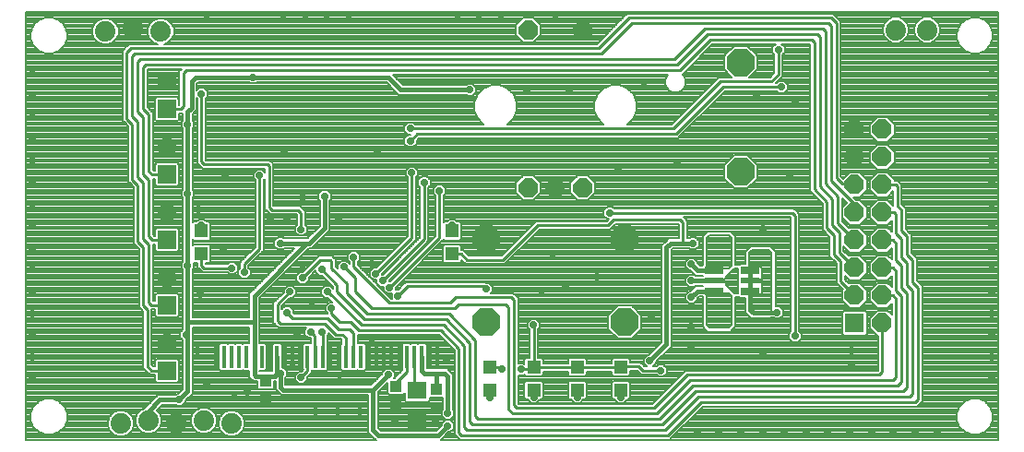
<source format=gtl>
G75*
G70*
%OFA0B0*%
%FSLAX24Y24*%
%IPPOS*%
%LPD*%
%AMOC8*
5,1,8,0,0,1.08239X$1,22.5*
%
%ADD10R,0.0157X0.0787*%
%ADD11R,0.0472X0.0472*%
%ADD12R,0.0433X0.0394*%
%ADD13R,0.0709X0.0630*%
%ADD14R,0.0394X0.0433*%
%ADD15R,0.0650X0.0276*%
%ADD16R,0.0650X0.0236*%
%ADD17OC8,0.1000*%
%ADD18OC8,0.0700*%
%ADD19OC8,0.0660*%
%ADD20R,0.0660X0.0660*%
%ADD21C,0.0740*%
%ADD22R,0.0700X0.0700*%
%ADD23C,0.0100*%
%ADD24OC8,0.0240*%
%ADD25C,0.0080*%
%ADD26C,0.0160*%
D10*
X014870Y008787D03*
X015146Y008787D03*
X015422Y008787D03*
X015697Y008787D03*
X015973Y008787D03*
X016248Y008787D03*
X016524Y008787D03*
X016799Y008787D03*
X017075Y008787D03*
X017351Y008787D03*
X017626Y008787D03*
X017902Y008787D03*
X018177Y008787D03*
X018453Y008787D03*
X018729Y008787D03*
X019004Y008787D03*
X019280Y008787D03*
X019555Y008787D03*
X019831Y008787D03*
X020107Y008787D03*
X020382Y008787D03*
X020658Y008787D03*
X020933Y008787D03*
X021209Y008787D03*
X021485Y008787D03*
X021760Y008787D03*
X022036Y008787D03*
X022311Y008787D03*
X022587Y008787D03*
X022862Y008787D03*
D11*
X024772Y008413D03*
X024772Y007586D03*
X026347Y007586D03*
X026347Y008413D03*
X027922Y008413D03*
X027922Y007586D03*
X029496Y007586D03*
X029496Y008413D03*
X023394Y012507D03*
X023394Y013334D03*
X014339Y013334D03*
X014339Y012507D03*
D12*
X021371Y007722D03*
X021371Y007053D03*
D13*
X022136Y007567D03*
X022136Y006464D03*
D14*
X022843Y006953D03*
X022843Y007622D03*
X016665Y007917D03*
X016665Y007248D03*
D15*
X032859Y011158D03*
X032859Y011906D03*
X034177Y011906D03*
X034177Y011158D03*
D16*
X034177Y011532D03*
X032859Y011532D03*
D17*
X029634Y010043D03*
X029634Y013043D03*
X033827Y015478D03*
X033827Y019418D03*
X024634Y013043D03*
X024634Y010043D03*
D18*
X026150Y014889D03*
X027134Y014889D03*
X028118Y014889D03*
X037945Y015011D03*
X038945Y015011D03*
X038945Y016011D03*
X037945Y016011D03*
X037945Y017011D03*
X038945Y017011D03*
X038945Y014011D03*
X037945Y014011D03*
X037945Y013011D03*
X038945Y013011D03*
X038945Y012011D03*
X037945Y012011D03*
X037945Y011011D03*
X038945Y011011D03*
X038945Y010011D03*
X028118Y020598D03*
X026150Y020598D03*
D19*
X013093Y018736D03*
X013093Y016374D03*
X013093Y014011D03*
X013093Y011649D03*
X013093Y009287D03*
D20*
X013093Y008287D03*
X013093Y010649D03*
X013093Y013011D03*
X013093Y015374D03*
X013093Y017736D03*
D21*
X012876Y020548D03*
X011876Y020648D03*
X010876Y020548D03*
X012435Y006475D03*
X011435Y006375D03*
X013435Y006375D03*
X014435Y006475D03*
X015435Y006375D03*
X039429Y020598D03*
X040569Y020598D03*
D22*
X037945Y010011D03*
D23*
X038945Y010011D02*
X038945Y008240D01*
X038843Y008137D01*
X031893Y008137D01*
X030693Y006937D01*
X025743Y006937D01*
X025643Y007037D01*
X025643Y010837D01*
X025543Y010937D01*
X023543Y010937D01*
X023343Y010737D01*
X021143Y010737D01*
X019843Y012037D01*
X019843Y012387D01*
X019493Y012037D02*
X019893Y011637D01*
X019893Y011137D01*
X020493Y010537D01*
X023493Y010537D01*
X023643Y010687D01*
X025343Y010687D01*
X025443Y010587D01*
X025443Y006887D01*
X025593Y006737D01*
X030793Y006737D01*
X031993Y007937D01*
X039343Y007937D01*
X039443Y008037D01*
X039443Y010887D01*
X039319Y011011D01*
X038945Y011011D01*
X039443Y011187D02*
X039643Y010987D01*
X039643Y007887D01*
X039493Y007737D01*
X032093Y007737D01*
X030893Y006537D01*
X024343Y006537D01*
X024243Y006637D01*
X024243Y009387D01*
X023293Y010337D01*
X020343Y010337D01*
X019593Y011087D01*
X019593Y011437D01*
X019043Y011987D01*
X019043Y012237D01*
X018993Y012287D01*
X018643Y012287D01*
X017993Y011637D01*
X017543Y011137D02*
X017093Y010687D01*
X017093Y010087D01*
X017193Y009987D01*
X018793Y009987D01*
X019193Y009587D01*
X019443Y009587D01*
X019555Y009475D01*
X019555Y008787D01*
X019831Y008787D02*
X019831Y009649D01*
X019693Y009787D01*
X019293Y009787D01*
X018893Y010187D01*
X017643Y010187D01*
X017443Y010387D01*
X018293Y009687D02*
X018443Y009537D01*
X018443Y008994D01*
X018453Y008787D01*
X018177Y008787D02*
X018177Y008272D01*
X017943Y008037D01*
X017193Y008187D02*
X017193Y008187D01*
X016693Y008087D02*
X016665Y008060D01*
X016665Y007917D01*
X018729Y008787D02*
X018729Y009652D01*
X018693Y009687D01*
X019343Y010037D02*
X019043Y010337D01*
X019043Y010537D01*
X019343Y010037D02*
X019743Y010037D01*
X020043Y009737D01*
X022993Y009737D01*
X023643Y009087D01*
X023643Y006037D01*
X023743Y005937D01*
X031193Y005937D01*
X032393Y007137D01*
X040143Y007137D01*
X040243Y007237D01*
X040243Y011287D01*
X040043Y011487D01*
X040043Y012287D01*
X039843Y012487D01*
X039843Y013137D01*
X039643Y013337D01*
X039643Y014087D01*
X039493Y014237D01*
X039493Y014937D01*
X039419Y015011D01*
X038945Y015011D01*
X037945Y015011D02*
X037919Y015037D01*
X037493Y015037D01*
X037293Y015237D01*
X037293Y020837D01*
X037093Y021037D01*
X029793Y021037D01*
X028693Y019937D01*
X011793Y019937D01*
X011643Y019787D01*
X011643Y017387D01*
X011843Y017187D01*
X011843Y015187D01*
X012043Y014987D01*
X012043Y012937D01*
X012243Y012737D01*
X012243Y010637D01*
X012393Y010487D01*
X012393Y008437D01*
X012543Y008287D01*
X013093Y008287D01*
X013843Y009487D02*
X013793Y009537D01*
X013793Y009587D01*
X013093Y010649D02*
X012531Y010649D01*
X012443Y010737D01*
X012443Y012837D01*
X012243Y013037D01*
X012243Y015087D01*
X012043Y015287D01*
X012043Y017287D01*
X011843Y017487D01*
X011843Y019637D01*
X011943Y019737D01*
X028793Y019737D01*
X029893Y020837D01*
X036993Y020837D01*
X037093Y020737D01*
X037093Y015137D01*
X037893Y014337D01*
X037893Y014064D01*
X037945Y014011D01*
X037343Y013614D02*
X037945Y013011D01*
X037393Y013287D02*
X037393Y012564D01*
X037945Y012011D01*
X037443Y012237D02*
X037193Y012487D01*
X037193Y013187D01*
X036943Y013437D01*
X036943Y014387D01*
X036493Y014837D01*
X036493Y020137D01*
X036393Y020237D01*
X032743Y020237D01*
X031643Y019137D01*
X013793Y019137D01*
X013693Y019037D01*
X013693Y017837D01*
X013591Y017736D01*
X013093Y017736D01*
X012443Y017537D02*
X012243Y017737D01*
X012243Y019237D01*
X012343Y019337D01*
X031543Y019337D01*
X032643Y020437D01*
X036593Y020437D01*
X036693Y020337D01*
X036693Y014937D01*
X037143Y014487D01*
X037143Y013537D01*
X037393Y013287D01*
X037343Y013614D02*
X037343Y014587D01*
X036893Y015037D01*
X036893Y020537D01*
X036793Y020637D01*
X032543Y020637D01*
X031443Y019537D01*
X012143Y019537D01*
X012043Y019437D01*
X012043Y017637D01*
X012243Y017437D01*
X012243Y015387D01*
X012443Y015187D01*
X012443Y013137D01*
X012569Y013011D01*
X013093Y013011D01*
X014339Y013334D02*
X014339Y013533D01*
X014343Y013537D01*
X014339Y012507D02*
X014343Y012504D01*
X014343Y012087D01*
X014443Y011987D01*
X015443Y011987D01*
X015893Y011837D02*
X015893Y012137D01*
X016443Y012687D01*
X016443Y015337D01*
X016793Y015687D02*
X016743Y015737D01*
X014443Y015737D01*
X014343Y015837D01*
X014343Y018287D01*
X013843Y017187D02*
X013843Y017137D01*
X012443Y017537D02*
X012443Y015487D01*
X012557Y015374D01*
X013093Y015374D01*
X016793Y015687D02*
X016793Y014187D01*
X016893Y014087D01*
X017843Y014087D01*
X017943Y013987D01*
X017943Y013387D01*
X018693Y011937D02*
X019243Y011387D01*
X019243Y011137D01*
X020243Y010137D01*
X023193Y010137D01*
X024043Y009287D01*
X024043Y006437D01*
X024143Y006337D01*
X030993Y006337D01*
X032193Y007537D01*
X039693Y007537D01*
X039843Y007687D01*
X039843Y011087D01*
X039643Y011287D01*
X039643Y012087D01*
X039443Y012287D01*
X039443Y012887D01*
X039319Y013011D01*
X038945Y013011D01*
X039443Y013237D02*
X039643Y013037D01*
X039643Y012387D01*
X039843Y012187D01*
X039843Y011387D01*
X040043Y011187D01*
X040043Y007437D01*
X039943Y007337D01*
X032293Y007337D01*
X031093Y006137D01*
X023943Y006137D01*
X023843Y006237D01*
X023843Y009187D01*
X023093Y009937D01*
X020143Y009937D01*
X018893Y011137D01*
X020643Y011787D02*
X021943Y013087D01*
X021943Y015437D01*
X022393Y015087D02*
X022393Y013037D01*
X020893Y011537D01*
X021143Y011287D02*
X022943Y013087D01*
X022943Y014787D01*
X023393Y013537D02*
X023396Y013434D01*
X023394Y013334D01*
X023394Y012507D02*
X023723Y012507D01*
X023943Y012287D01*
X025243Y012287D01*
X026493Y013537D01*
X029043Y013537D01*
X029243Y013737D01*
X031643Y013737D01*
X031743Y013637D01*
X031743Y012887D01*
X029093Y013987D02*
X035693Y013987D01*
X035793Y013887D01*
X035793Y009537D01*
X037443Y011514D02*
X037945Y011011D01*
X037443Y011514D02*
X037443Y012237D01*
X038945Y012011D02*
X039319Y012011D01*
X039443Y011887D01*
X039443Y011187D01*
X039443Y013237D02*
X039443Y013937D01*
X039369Y014011D01*
X038945Y014011D01*
X033193Y018537D02*
X031493Y016837D01*
X022143Y016837D01*
X021893Y016587D01*
X021893Y017037D02*
X031393Y017037D01*
X033093Y018737D01*
X034943Y018737D01*
X035193Y018987D01*
X035193Y019887D01*
X035293Y018537D02*
X033193Y018537D01*
X024643Y011237D02*
X024543Y011337D01*
X021793Y011337D01*
X021443Y010987D01*
X021760Y008787D02*
X021760Y008255D01*
X021393Y007887D01*
X021393Y007844D01*
X021371Y007722D01*
X022036Y007694D02*
X022043Y007687D01*
X022116Y007587D01*
X022136Y007567D01*
X022036Y007694D02*
X022036Y008787D01*
X024772Y008413D02*
X025167Y008413D01*
X025193Y008337D01*
X025893Y008337D02*
X026271Y008337D01*
X026347Y008413D01*
X026347Y009933D01*
X026343Y009937D01*
X026347Y008413D02*
X027922Y008413D01*
X029496Y008413D01*
X029521Y008437D02*
X030143Y008437D01*
X030293Y008287D01*
X030943Y008287D01*
X029496Y007586D02*
X029496Y007330D01*
X027922Y007330D02*
X027922Y007586D01*
X026347Y007586D02*
X026347Y007330D01*
X024772Y007330D02*
X024772Y007586D01*
D24*
X024772Y007330D03*
X025193Y008337D03*
X025893Y008337D03*
X026347Y007330D03*
X027922Y007330D03*
X029496Y007330D03*
X030943Y008287D03*
X030543Y008637D03*
X032039Y009181D03*
X032039Y009881D03*
X030589Y010231D03*
X032043Y010937D03*
X032043Y011537D03*
X032043Y012137D03*
X032093Y012887D03*
X034639Y013431D03*
X035589Y015331D03*
X035789Y018031D03*
X035293Y018537D03*
X034389Y018181D03*
X035193Y019887D03*
X030339Y018731D03*
X027639Y018431D03*
X026089Y018431D03*
X024043Y018437D03*
X021893Y017037D03*
X021893Y016587D03*
X020686Y016149D03*
X021943Y015437D03*
X022393Y015087D03*
X022943Y014787D03*
X023393Y013537D03*
X020486Y012149D03*
X020643Y011787D03*
X020893Y011537D03*
X021143Y011287D03*
X021443Y010987D03*
X019493Y012037D03*
X019843Y012387D03*
X018693Y011937D03*
X017986Y012099D03*
X017993Y011637D03*
X017543Y011137D03*
X018336Y010599D03*
X019043Y010537D03*
X018893Y011137D03*
X017443Y010387D03*
X017786Y009649D03*
X018293Y009687D03*
X018693Y009687D03*
X020486Y009449D03*
X021093Y008137D03*
X019336Y007899D03*
X017943Y008037D03*
X017636Y008399D03*
X017193Y008187D03*
X015986Y007499D03*
X015536Y007299D03*
X014536Y007799D03*
X013543Y007237D03*
X014186Y008999D03*
X013793Y009587D03*
X014286Y011049D03*
X013843Y012087D03*
X015136Y012599D03*
X015443Y011987D03*
X015893Y011837D03*
X017193Y012887D03*
X017436Y013699D03*
X017943Y013387D03*
X016836Y013699D03*
X017986Y014549D03*
X018793Y014587D03*
X019286Y013799D03*
X016443Y015337D03*
X017336Y016149D03*
X015186Y015299D03*
X013843Y014687D03*
X014236Y014099D03*
X014343Y013537D03*
X013843Y017187D03*
X014343Y018287D03*
X016193Y018887D03*
X017292Y020992D03*
X018079Y020992D03*
X018866Y020992D03*
X019654Y020992D03*
X023591Y020992D03*
X024378Y020992D03*
X025166Y020992D03*
X027134Y020992D03*
X031539Y015831D03*
X029389Y015631D03*
X029093Y013987D03*
X027039Y012531D03*
X027489Y011381D03*
X026639Y011181D03*
X028639Y011681D03*
X026343Y009937D03*
X024643Y011237D03*
X023186Y008649D03*
X023243Y006737D03*
X022786Y006449D03*
X023243Y006287D03*
X021336Y006449D03*
X020048Y006819D03*
X019260Y006819D03*
X018473Y006819D03*
X008236Y008000D03*
X008236Y008787D03*
X008236Y009574D03*
X008236Y010362D03*
X008236Y011149D03*
X008236Y011937D03*
X008236Y012724D03*
X008236Y013511D03*
X008236Y014299D03*
X008236Y015086D03*
X008236Y015874D03*
X008236Y016661D03*
X008236Y017448D03*
X008236Y018236D03*
X008236Y019023D03*
X014536Y020992D03*
X034639Y008931D03*
X035793Y009537D03*
X035143Y010387D03*
X037839Y009031D03*
X037839Y008481D03*
X037764Y006031D03*
X036977Y006031D03*
X036189Y006031D03*
X035402Y006031D03*
X034614Y006031D03*
X033827Y006031D03*
X033040Y006031D03*
X032252Y006031D03*
X038551Y006031D03*
X039339Y006031D03*
X040126Y006031D03*
X040914Y006031D03*
X042882Y008000D03*
X042882Y008787D03*
X042882Y009574D03*
X042882Y010362D03*
X042882Y011149D03*
X042882Y011937D03*
X042882Y012724D03*
X042882Y013511D03*
X042882Y014299D03*
X042882Y015086D03*
X042882Y015874D03*
X042882Y016661D03*
X042882Y017448D03*
X042882Y018236D03*
X042882Y019023D03*
D25*
X007983Y021245D02*
X007983Y005777D01*
X020648Y005777D01*
X020563Y005863D01*
X020363Y006063D01*
X020363Y007407D01*
X017218Y007407D01*
X017113Y007513D01*
X017013Y007613D01*
X017013Y007907D01*
X016962Y007907D01*
X016962Y007659D01*
X016903Y007601D01*
X016427Y007601D01*
X016368Y007659D01*
X016368Y007907D01*
X016218Y007907D01*
X016068Y008057D01*
X016068Y008293D01*
X015853Y008293D01*
X015835Y008311D01*
X015817Y008293D01*
X015577Y008293D01*
X015559Y008311D01*
X015542Y008293D01*
X015301Y008293D01*
X015284Y008311D01*
X015266Y008293D01*
X015026Y008293D01*
X014967Y008352D01*
X014967Y009222D01*
X015026Y009281D01*
X015266Y009281D01*
X015284Y009263D01*
X015301Y009281D01*
X015542Y009281D01*
X015559Y009263D01*
X015577Y009281D01*
X015817Y009281D01*
X015835Y009263D01*
X015853Y009281D01*
X016068Y009281D01*
X016068Y009860D01*
X014023Y009860D01*
X014023Y007463D01*
X013763Y007203D01*
X013763Y007146D01*
X013634Y007017D01*
X013452Y007017D01*
X013412Y007057D01*
X012917Y007057D01*
X012717Y006857D01*
X012834Y006741D01*
X012905Y006568D01*
X012905Y006381D01*
X012834Y006209D01*
X012702Y006076D01*
X012529Y006005D01*
X012342Y006005D01*
X012169Y006076D01*
X012037Y006209D01*
X011965Y006381D01*
X011965Y006568D01*
X012037Y006741D01*
X012169Y006873D01*
X012263Y006912D01*
X012768Y007417D01*
X013412Y007417D01*
X013452Y007457D01*
X013508Y007457D01*
X013663Y007612D01*
X013663Y009406D01*
X013573Y009496D01*
X013573Y009679D01*
X013663Y009769D01*
X013663Y011956D01*
X013623Y011996D01*
X012593Y011996D01*
X012593Y012074D02*
X013623Y012074D01*
X013623Y011996D02*
X013623Y012179D01*
X013663Y012219D01*
X013663Y014556D01*
X013623Y014596D01*
X013623Y014779D01*
X013663Y014819D01*
X013663Y017056D01*
X013623Y017096D01*
X013623Y017279D01*
X013663Y017319D01*
X013663Y017595D01*
X013653Y017586D01*
X013523Y017586D01*
X013523Y017364D01*
X013464Y017306D01*
X012721Y017306D01*
X012663Y017364D01*
X012663Y018107D01*
X012721Y018166D01*
X013464Y018166D01*
X013523Y018107D01*
X013523Y017886D01*
X013529Y017886D01*
X013543Y017900D01*
X013543Y019100D01*
X013631Y019187D01*
X012405Y019187D01*
X012393Y019175D01*
X012393Y017800D01*
X012593Y017600D01*
X012593Y015550D01*
X012619Y015524D01*
X012663Y015524D01*
X012663Y015745D01*
X012721Y015804D01*
X013464Y015804D01*
X013523Y015745D01*
X013523Y015002D01*
X013464Y014944D01*
X012721Y014944D01*
X012663Y015002D01*
X012663Y015224D01*
X012593Y015224D01*
X012593Y013200D01*
X012631Y013161D01*
X012663Y013161D01*
X012663Y013383D01*
X012721Y013441D01*
X013464Y013441D01*
X013523Y013383D01*
X013523Y012640D01*
X013464Y012581D01*
X012721Y012581D01*
X012663Y012640D01*
X012663Y012861D01*
X012593Y012861D01*
X012593Y010800D01*
X012593Y010799D01*
X012663Y010799D01*
X012663Y011021D01*
X012721Y011079D01*
X013464Y011079D01*
X013523Y011021D01*
X013523Y010278D01*
X013464Y010219D01*
X012721Y010219D01*
X012663Y010278D01*
X012663Y010499D01*
X012543Y010499D01*
X012543Y008500D01*
X012605Y008437D01*
X012663Y008437D01*
X012663Y008658D01*
X012721Y008717D01*
X013464Y008717D01*
X013523Y008658D01*
X013523Y007916D01*
X013464Y007857D01*
X012721Y007857D01*
X012663Y007916D01*
X012663Y008137D01*
X012481Y008137D01*
X012331Y008287D01*
X012243Y008375D01*
X012243Y010425D01*
X012181Y010487D01*
X012093Y010575D01*
X012093Y012675D01*
X011981Y012787D01*
X011893Y012875D01*
X011893Y014925D01*
X011781Y015037D01*
X011693Y015125D01*
X011693Y017125D01*
X011581Y017237D01*
X011493Y017325D01*
X011493Y019850D01*
X011643Y020000D01*
X011731Y020087D01*
X012760Y020087D01*
X012610Y020150D01*
X012478Y020282D01*
X012406Y020455D01*
X012406Y020642D01*
X012478Y020814D01*
X012610Y020946D01*
X012783Y021018D01*
X012970Y021018D01*
X013142Y020946D01*
X013275Y020814D01*
X013346Y020642D01*
X013346Y020455D01*
X013275Y020282D01*
X013142Y020150D01*
X012992Y020087D01*
X028631Y020087D01*
X029643Y021100D01*
X029731Y021187D01*
X037155Y021187D01*
X037355Y020987D01*
X037443Y020900D01*
X037443Y015300D01*
X037520Y015222D01*
X037759Y015461D01*
X038132Y015461D01*
X038395Y015198D01*
X038395Y014825D01*
X038132Y014561D01*
X037881Y014561D01*
X037955Y014487D01*
X037955Y014487D01*
X037981Y014461D01*
X038132Y014461D01*
X038395Y014198D01*
X038395Y013825D01*
X038132Y013561D01*
X037759Y013561D01*
X037495Y013825D01*
X037495Y014198D01*
X037658Y014360D01*
X037493Y014525D01*
X037493Y013676D01*
X037733Y013436D01*
X037759Y013461D01*
X038132Y013461D01*
X038395Y013198D01*
X038395Y012825D01*
X038132Y012561D01*
X037759Y012561D01*
X037543Y012777D01*
X037543Y012626D01*
X037733Y012436D01*
X037759Y012461D01*
X038132Y012461D01*
X038395Y012198D01*
X038395Y011825D01*
X038132Y011561D01*
X037759Y011561D01*
X037593Y011727D01*
X037593Y011576D01*
X037733Y011436D01*
X037759Y011461D01*
X038132Y011461D01*
X038395Y011198D01*
X038395Y010825D01*
X038132Y010561D01*
X037759Y010561D01*
X037495Y010825D01*
X037495Y011198D01*
X037521Y011224D01*
X037293Y011452D01*
X037293Y012175D01*
X037043Y012425D01*
X037043Y013125D01*
X036793Y013375D01*
X036793Y014325D01*
X036343Y014775D01*
X036343Y020075D01*
X036331Y020087D01*
X035304Y020087D01*
X035413Y019979D01*
X035413Y019796D01*
X035343Y019726D01*
X035343Y018925D01*
X035105Y018687D01*
X035132Y018687D01*
X035202Y018757D01*
X035384Y018757D01*
X035513Y018629D01*
X035513Y018446D01*
X035384Y018317D01*
X035202Y018317D01*
X035132Y018387D01*
X033255Y018387D01*
X031643Y016775D01*
X031555Y016687D01*
X022205Y016687D01*
X022113Y016595D01*
X022113Y016496D01*
X021984Y016367D01*
X021802Y016367D01*
X021673Y016496D01*
X021673Y016679D01*
X021802Y016807D01*
X021901Y016807D01*
X021911Y016817D01*
X021802Y016817D01*
X021673Y016946D01*
X021673Y017129D01*
X021802Y017257D01*
X021984Y017257D01*
X022054Y017187D01*
X024538Y017187D01*
X024533Y017189D01*
X024316Y017406D01*
X024199Y017689D01*
X024199Y017995D01*
X024316Y018278D01*
X024533Y018495D01*
X024816Y018612D01*
X025122Y018612D01*
X025405Y018495D01*
X025621Y018278D01*
X025739Y017995D01*
X025739Y017689D01*
X025621Y017406D01*
X025405Y017189D01*
X025400Y017187D01*
X028868Y017187D01*
X028863Y017189D01*
X028647Y017406D01*
X028530Y017689D01*
X028530Y017995D01*
X028647Y018278D01*
X028863Y018495D01*
X029146Y018612D01*
X029453Y018612D01*
X029736Y018495D01*
X029952Y018278D01*
X030069Y017995D01*
X030069Y017689D01*
X029952Y017406D01*
X029736Y017189D01*
X029731Y017187D01*
X031331Y017187D01*
X033031Y018887D01*
X033510Y018887D01*
X033227Y019170D01*
X033227Y019667D01*
X033579Y020018D01*
X034076Y020018D01*
X034427Y019667D01*
X034427Y019170D01*
X034145Y018887D01*
X034881Y018887D01*
X035043Y019050D01*
X035043Y019726D01*
X034973Y019796D01*
X034973Y019979D01*
X035082Y020087D01*
X032805Y020087D01*
X031713Y018996D01*
X031784Y018926D01*
X031841Y018787D01*
X031841Y018638D01*
X031784Y018499D01*
X031678Y018394D01*
X031540Y018336D01*
X031390Y018336D01*
X031252Y018394D01*
X031146Y018499D01*
X031089Y018638D01*
X031089Y018787D01*
X031146Y018926D01*
X031208Y018987D01*
X021247Y018987D01*
X021617Y018617D01*
X023912Y018617D01*
X023952Y018657D01*
X024134Y018657D01*
X024263Y018529D01*
X024263Y018346D01*
X024134Y018217D01*
X023952Y018217D01*
X023912Y018257D01*
X021468Y018257D01*
X021363Y018363D01*
X021018Y018707D01*
X016324Y018707D01*
X016284Y018667D01*
X016102Y018667D01*
X016062Y018707D01*
X014217Y018707D01*
X014173Y018663D01*
X014173Y018429D01*
X014252Y018507D01*
X014434Y018507D01*
X014563Y018379D01*
X014563Y018196D01*
X014493Y018126D01*
X014493Y015900D01*
X014505Y015887D01*
X016805Y015887D01*
X016893Y015800D01*
X016943Y015750D01*
X016943Y014250D01*
X016955Y014237D01*
X017905Y014237D01*
X017993Y014150D01*
X018093Y014050D01*
X018093Y013549D01*
X018163Y013479D01*
X018163Y013296D01*
X018034Y013167D01*
X017852Y013167D01*
X017723Y013296D01*
X017723Y013479D01*
X017793Y013549D01*
X017793Y013925D01*
X017781Y013937D01*
X016831Y013937D01*
X016731Y014037D01*
X016593Y014037D01*
X016593Y014115D02*
X016653Y014115D01*
X016643Y014125D02*
X016731Y014037D01*
X016810Y013958D02*
X016593Y013958D01*
X016593Y013880D02*
X017793Y013880D01*
X017793Y013801D02*
X016593Y013801D01*
X016593Y013723D02*
X017793Y013723D01*
X017793Y013644D02*
X016593Y013644D01*
X016593Y013566D02*
X017793Y013566D01*
X017732Y013487D02*
X016593Y013487D01*
X016593Y013409D02*
X017723Y013409D01*
X017723Y013330D02*
X016593Y013330D01*
X016593Y013252D02*
X017767Y013252D01*
X017846Y013173D02*
X016593Y013173D01*
X016593Y013095D02*
X017089Y013095D01*
X017102Y013107D02*
X016973Y012979D01*
X016973Y012796D01*
X017102Y012667D01*
X017284Y012667D01*
X017324Y012707D01*
X017708Y012707D01*
X016174Y011173D01*
X016068Y011067D01*
X016068Y010220D01*
X014023Y010220D01*
X014023Y011956D01*
X014063Y011996D01*
X014063Y012171D01*
X014193Y012171D01*
X014193Y012025D01*
X014281Y011937D01*
X014381Y011837D01*
X015282Y011837D01*
X015352Y011767D01*
X015534Y011767D01*
X015663Y011896D01*
X015663Y012079D01*
X015534Y012207D01*
X015352Y012207D01*
X015282Y012137D01*
X014505Y012137D01*
X014493Y012150D01*
X014493Y012171D01*
X014616Y012171D01*
X014675Y012230D01*
X014675Y012785D01*
X014616Y012844D01*
X014061Y012844D01*
X014023Y012805D01*
X014023Y013036D01*
X014061Y012998D01*
X014616Y012998D01*
X014675Y013057D01*
X014675Y013612D01*
X014616Y013670D01*
X014521Y013670D01*
X014434Y013757D01*
X014252Y013757D01*
X014165Y013670D01*
X014061Y013670D01*
X014023Y013632D01*
X014023Y014556D01*
X014063Y014596D01*
X014063Y014779D01*
X014023Y014819D01*
X014023Y017056D01*
X014063Y017096D01*
X014063Y017279D01*
X014023Y017319D01*
X014023Y017563D01*
X014067Y017607D01*
X014173Y017713D01*
X014173Y018146D01*
X014193Y018126D01*
X014193Y015775D01*
X014281Y015687D01*
X014381Y015587D01*
X016643Y015587D01*
X016643Y015449D01*
X016534Y015557D01*
X016352Y015557D01*
X016223Y015429D01*
X016223Y015246D01*
X016293Y015176D01*
X016293Y012750D01*
X015743Y012200D01*
X015743Y011999D01*
X015673Y011929D01*
X015673Y011746D01*
X015802Y011617D01*
X015984Y011617D01*
X016113Y011746D01*
X016113Y011929D01*
X016043Y011999D01*
X016043Y012075D01*
X016505Y012537D01*
X016593Y012625D01*
X016593Y015176D01*
X016643Y015226D01*
X016643Y014125D01*
X016643Y014194D02*
X016593Y014194D01*
X016593Y014272D02*
X016643Y014272D01*
X016643Y014351D02*
X016593Y014351D01*
X016593Y014429D02*
X016643Y014429D01*
X016643Y014508D02*
X016593Y014508D01*
X016593Y014586D02*
X016643Y014586D01*
X016643Y014665D02*
X016593Y014665D01*
X016593Y014743D02*
X016643Y014743D01*
X016643Y014822D02*
X016593Y014822D01*
X016593Y014900D02*
X016643Y014900D01*
X016643Y014979D02*
X016593Y014979D01*
X016593Y015057D02*
X016643Y015057D01*
X016643Y015136D02*
X016593Y015136D01*
X016631Y015214D02*
X016643Y015214D01*
X016641Y015450D02*
X016643Y015450D01*
X016643Y015528D02*
X016563Y015528D01*
X016323Y015528D02*
X014023Y015528D01*
X014023Y015450D02*
X016244Y015450D01*
X016223Y015371D02*
X014023Y015371D01*
X014023Y015293D02*
X016223Y015293D01*
X016255Y015214D02*
X014023Y015214D01*
X014023Y015136D02*
X016293Y015136D01*
X016293Y015057D02*
X014023Y015057D01*
X014023Y014979D02*
X016293Y014979D01*
X016293Y014900D02*
X014023Y014900D01*
X014023Y014822D02*
X016293Y014822D01*
X016293Y014743D02*
X014063Y014743D01*
X014063Y014665D02*
X016293Y014665D01*
X016293Y014586D02*
X014053Y014586D01*
X014023Y014508D02*
X016293Y014508D01*
X016293Y014429D02*
X014023Y014429D01*
X014023Y014351D02*
X016293Y014351D01*
X016293Y014272D02*
X014023Y014272D01*
X014023Y014194D02*
X016293Y014194D01*
X016293Y014115D02*
X014023Y014115D01*
X014023Y014037D02*
X016293Y014037D01*
X016293Y013958D02*
X014023Y013958D01*
X014023Y013880D02*
X016293Y013880D01*
X016293Y013801D02*
X014023Y013801D01*
X014023Y013723D02*
X014217Y013723D01*
X014035Y013644D02*
X014023Y013644D01*
X013663Y013644D02*
X012593Y013644D01*
X012593Y013566D02*
X013663Y013566D01*
X013663Y013487D02*
X012593Y013487D01*
X012593Y013409D02*
X012689Y013409D01*
X012663Y013330D02*
X012593Y013330D01*
X012593Y013252D02*
X012663Y013252D01*
X012663Y013173D02*
X012619Y013173D01*
X012593Y013723D02*
X013663Y013723D01*
X013663Y013801D02*
X012593Y013801D01*
X012593Y013880D02*
X013663Y013880D01*
X013663Y013958D02*
X012593Y013958D01*
X012593Y014037D02*
X013663Y014037D01*
X013663Y014115D02*
X012593Y014115D01*
X012593Y014194D02*
X013663Y014194D01*
X013663Y014272D02*
X012593Y014272D01*
X012593Y014351D02*
X013663Y014351D01*
X013663Y014429D02*
X012593Y014429D01*
X012593Y014508D02*
X013663Y014508D01*
X013633Y014586D02*
X012593Y014586D01*
X012593Y014665D02*
X013623Y014665D01*
X013623Y014743D02*
X012593Y014743D01*
X012593Y014822D02*
X013663Y014822D01*
X013663Y014900D02*
X012593Y014900D01*
X012593Y014979D02*
X012686Y014979D01*
X012663Y015057D02*
X012593Y015057D01*
X012593Y015136D02*
X012663Y015136D01*
X012663Y015214D02*
X012593Y015214D01*
X012614Y015528D02*
X012663Y015528D01*
X012663Y015607D02*
X012593Y015607D01*
X012593Y015685D02*
X012663Y015685D01*
X012682Y015764D02*
X012593Y015764D01*
X012593Y015842D02*
X013663Y015842D01*
X013663Y015764D02*
X013504Y015764D01*
X013523Y015685D02*
X013663Y015685D01*
X013663Y015607D02*
X013523Y015607D01*
X013523Y015528D02*
X013663Y015528D01*
X013663Y015450D02*
X013523Y015450D01*
X013523Y015371D02*
X013663Y015371D01*
X013663Y015293D02*
X013523Y015293D01*
X013523Y015214D02*
X013663Y015214D01*
X013663Y015136D02*
X013523Y015136D01*
X013523Y015057D02*
X013663Y015057D01*
X013663Y014979D02*
X013500Y014979D01*
X014023Y015607D02*
X014361Y015607D01*
X014283Y015685D02*
X014023Y015685D01*
X014023Y015764D02*
X014204Y015764D01*
X014193Y015842D02*
X014023Y015842D01*
X014023Y015921D02*
X014193Y015921D01*
X014193Y015999D02*
X014023Y015999D01*
X014023Y016078D02*
X014193Y016078D01*
X014193Y016156D02*
X014023Y016156D01*
X014023Y016235D02*
X014193Y016235D01*
X014193Y016313D02*
X014023Y016313D01*
X014023Y016392D02*
X014193Y016392D01*
X014193Y016470D02*
X014023Y016470D01*
X014023Y016549D02*
X014193Y016549D01*
X014193Y016627D02*
X014023Y016627D01*
X014023Y016706D02*
X014193Y016706D01*
X014193Y016784D02*
X014023Y016784D01*
X014023Y016863D02*
X014193Y016863D01*
X014193Y016941D02*
X014023Y016941D01*
X014023Y017020D02*
X014193Y017020D01*
X014193Y017098D02*
X014063Y017098D01*
X014063Y017177D02*
X014193Y017177D01*
X014193Y017255D02*
X014063Y017255D01*
X014023Y017334D02*
X014193Y017334D01*
X014193Y017412D02*
X014023Y017412D01*
X014023Y017491D02*
X014193Y017491D01*
X014193Y017569D02*
X014029Y017569D01*
X014108Y017648D02*
X014193Y017648D01*
X014193Y017726D02*
X014173Y017726D01*
X014173Y017805D02*
X014193Y017805D01*
X014193Y017883D02*
X014173Y017883D01*
X014173Y017962D02*
X014193Y017962D01*
X014193Y018040D02*
X014173Y018040D01*
X014173Y018119D02*
X014193Y018119D01*
X014493Y018119D02*
X024250Y018119D01*
X024283Y018197D02*
X014563Y018197D01*
X014563Y018276D02*
X021450Y018276D01*
X021371Y018354D02*
X014563Y018354D01*
X014508Y018433D02*
X021293Y018433D01*
X021214Y018511D02*
X014173Y018511D01*
X014173Y018433D02*
X014177Y018433D01*
X014173Y018590D02*
X021136Y018590D01*
X021057Y018668D02*
X016285Y018668D01*
X016101Y018668D02*
X014178Y018668D01*
X013543Y018668D02*
X012393Y018668D01*
X012393Y018590D02*
X013543Y018590D01*
X013543Y018511D02*
X012393Y018511D01*
X012393Y018433D02*
X013543Y018433D01*
X013543Y018354D02*
X012393Y018354D01*
X012393Y018276D02*
X013543Y018276D01*
X013543Y018197D02*
X012393Y018197D01*
X012393Y018119D02*
X012674Y018119D01*
X012663Y018040D02*
X012393Y018040D01*
X012393Y017962D02*
X012663Y017962D01*
X012663Y017883D02*
X012393Y017883D01*
X012393Y017805D02*
X012663Y017805D01*
X012663Y017726D02*
X012466Y017726D01*
X012544Y017648D02*
X012663Y017648D01*
X012663Y017569D02*
X012593Y017569D01*
X012593Y017491D02*
X012663Y017491D01*
X012663Y017412D02*
X012593Y017412D01*
X012593Y017334D02*
X012693Y017334D01*
X012593Y017255D02*
X013623Y017255D01*
X013623Y017177D02*
X012593Y017177D01*
X012593Y017098D02*
X013623Y017098D01*
X013663Y017020D02*
X012593Y017020D01*
X012593Y016941D02*
X013663Y016941D01*
X013663Y016863D02*
X012593Y016863D01*
X012593Y016784D02*
X013663Y016784D01*
X013663Y016706D02*
X012593Y016706D01*
X012593Y016627D02*
X013663Y016627D01*
X013663Y016549D02*
X012593Y016549D01*
X012593Y016470D02*
X013663Y016470D01*
X013663Y016392D02*
X012593Y016392D01*
X012593Y016313D02*
X013663Y016313D01*
X013663Y016235D02*
X012593Y016235D01*
X012593Y016156D02*
X013663Y016156D01*
X013663Y016078D02*
X012593Y016078D01*
X012593Y015999D02*
X013663Y015999D01*
X013663Y015921D02*
X012593Y015921D01*
X011693Y015921D02*
X007983Y015921D01*
X007983Y015999D02*
X011693Y015999D01*
X011693Y016078D02*
X007983Y016078D01*
X007983Y016156D02*
X011693Y016156D01*
X011693Y016235D02*
X007983Y016235D01*
X007983Y016313D02*
X011693Y016313D01*
X011693Y016392D02*
X007983Y016392D01*
X007983Y016470D02*
X011693Y016470D01*
X011693Y016549D02*
X007983Y016549D01*
X007983Y016627D02*
X011693Y016627D01*
X011693Y016706D02*
X007983Y016706D01*
X007983Y016784D02*
X011693Y016784D01*
X011693Y016863D02*
X007983Y016863D01*
X007983Y016941D02*
X011693Y016941D01*
X011693Y017020D02*
X007983Y017020D01*
X007983Y017098D02*
X011693Y017098D01*
X011641Y017177D02*
X007983Y017177D01*
X007983Y017255D02*
X011563Y017255D01*
X011493Y017334D02*
X007983Y017334D01*
X007983Y017412D02*
X011493Y017412D01*
X011493Y017491D02*
X007983Y017491D01*
X007983Y017569D02*
X011493Y017569D01*
X011493Y017648D02*
X007983Y017648D01*
X007983Y017726D02*
X011493Y017726D01*
X011493Y017805D02*
X007983Y017805D01*
X007983Y017883D02*
X011493Y017883D01*
X011493Y017962D02*
X007983Y017962D01*
X007983Y018040D02*
X011493Y018040D01*
X011493Y018119D02*
X007983Y018119D01*
X007983Y018197D02*
X011493Y018197D01*
X011493Y018276D02*
X007983Y018276D01*
X007983Y018354D02*
X011493Y018354D01*
X011493Y018433D02*
X007983Y018433D01*
X007983Y018511D02*
X011493Y018511D01*
X011493Y018590D02*
X007983Y018590D01*
X007983Y018668D02*
X011493Y018668D01*
X011493Y018747D02*
X007983Y018747D01*
X007983Y018825D02*
X011493Y018825D01*
X011493Y018904D02*
X007983Y018904D01*
X007983Y018982D02*
X011493Y018982D01*
X011493Y019061D02*
X007983Y019061D01*
X007983Y019139D02*
X011493Y019139D01*
X011493Y019218D02*
X007983Y019218D01*
X007983Y019296D02*
X011493Y019296D01*
X011493Y019375D02*
X007983Y019375D01*
X007983Y019453D02*
X011493Y019453D01*
X011493Y019532D02*
X007983Y019532D01*
X007983Y019610D02*
X011493Y019610D01*
X011493Y019689D02*
X007983Y019689D01*
X007983Y019767D02*
X008654Y019767D01*
X008697Y019749D02*
X008957Y019749D01*
X009196Y019849D01*
X009380Y020032D01*
X009479Y020272D01*
X009479Y020531D01*
X009380Y020770D01*
X009196Y020954D01*
X008957Y021053D01*
X008697Y021053D01*
X008458Y020954D01*
X008274Y020770D01*
X008175Y020531D01*
X008175Y020272D01*
X008274Y020032D01*
X008458Y019849D01*
X008697Y019749D01*
X008464Y019846D02*
X007983Y019846D01*
X007983Y019924D02*
X008382Y019924D01*
X008303Y020003D02*
X007983Y020003D01*
X007983Y020081D02*
X008254Y020081D01*
X008221Y020160D02*
X007983Y020160D01*
X007983Y020238D02*
X008189Y020238D01*
X008175Y020317D02*
X007983Y020317D01*
X007983Y020395D02*
X008175Y020395D01*
X008175Y020474D02*
X007983Y020474D01*
X007983Y020552D02*
X008184Y020552D01*
X008217Y020631D02*
X007983Y020631D01*
X007983Y020709D02*
X008249Y020709D01*
X008292Y020788D02*
X007983Y020788D01*
X007983Y020866D02*
X008371Y020866D01*
X008449Y020945D02*
X007983Y020945D01*
X007983Y021023D02*
X008626Y021023D01*
X009028Y021023D02*
X025939Y021023D01*
X025963Y021048D02*
X025700Y020784D01*
X025700Y020412D01*
X025963Y020148D01*
X026336Y020148D01*
X026600Y020412D01*
X026600Y020784D01*
X026336Y021048D01*
X025963Y021048D01*
X025860Y020945D02*
X013144Y020945D01*
X013223Y020866D02*
X025782Y020866D01*
X025703Y020788D02*
X013286Y020788D01*
X013318Y020709D02*
X025700Y020709D01*
X025700Y020631D02*
X013346Y020631D01*
X013346Y020552D02*
X025700Y020552D01*
X025700Y020474D02*
X013346Y020474D01*
X013322Y020395D02*
X025716Y020395D01*
X025795Y020317D02*
X013289Y020317D01*
X013231Y020238D02*
X025873Y020238D01*
X025952Y020160D02*
X013153Y020160D01*
X012600Y020160D02*
X011153Y020160D01*
X011142Y020150D02*
X011275Y020282D01*
X011346Y020455D01*
X011346Y020642D01*
X011275Y020814D01*
X011142Y020946D01*
X010970Y021018D01*
X010783Y021018D01*
X010610Y020946D01*
X010478Y020814D01*
X010406Y020642D01*
X010406Y020455D01*
X010478Y020282D01*
X010610Y020150D01*
X010783Y020078D01*
X010970Y020078D01*
X011142Y020150D01*
X011231Y020238D02*
X012521Y020238D01*
X012463Y020317D02*
X011289Y020317D01*
X011322Y020395D02*
X012431Y020395D01*
X012406Y020474D02*
X011346Y020474D01*
X011346Y020552D02*
X012406Y020552D01*
X012406Y020631D02*
X011346Y020631D01*
X011318Y020709D02*
X012434Y020709D01*
X012467Y020788D02*
X011286Y020788D01*
X011223Y020866D02*
X012530Y020866D01*
X012608Y020945D02*
X011144Y020945D01*
X010608Y020945D02*
X009205Y020945D01*
X009284Y020866D02*
X010530Y020866D01*
X010467Y020788D02*
X009362Y020788D01*
X009405Y020709D02*
X010434Y020709D01*
X010406Y020631D02*
X009437Y020631D01*
X009470Y020552D02*
X010406Y020552D01*
X010406Y020474D02*
X009479Y020474D01*
X009479Y020395D02*
X010431Y020395D01*
X010463Y020317D02*
X009479Y020317D01*
X009465Y020238D02*
X010521Y020238D01*
X010600Y020160D02*
X009433Y020160D01*
X009400Y020081D02*
X010775Y020081D01*
X010978Y020081D02*
X011725Y020081D01*
X011646Y020003D02*
X009351Y020003D01*
X009272Y019924D02*
X011568Y019924D01*
X011493Y019846D02*
X009190Y019846D01*
X009000Y019767D02*
X011493Y019767D01*
X012393Y019139D02*
X013583Y019139D01*
X013543Y019061D02*
X012393Y019061D01*
X012393Y018982D02*
X013543Y018982D01*
X013543Y018904D02*
X012393Y018904D01*
X012393Y018825D02*
X013543Y018825D01*
X013543Y018747D02*
X012393Y018747D01*
X013511Y018119D02*
X013543Y018119D01*
X013543Y018040D02*
X013523Y018040D01*
X013523Y017962D02*
X013543Y017962D01*
X013523Y017569D02*
X013663Y017569D01*
X013663Y017491D02*
X013523Y017491D01*
X013523Y017412D02*
X013663Y017412D01*
X013663Y017334D02*
X013492Y017334D01*
X014493Y017334D02*
X024388Y017334D01*
X024313Y017412D02*
X014493Y017412D01*
X014493Y017491D02*
X024281Y017491D01*
X024248Y017569D02*
X014493Y017569D01*
X014493Y017648D02*
X024216Y017648D01*
X024199Y017726D02*
X014493Y017726D01*
X014493Y017805D02*
X024199Y017805D01*
X024199Y017883D02*
X014493Y017883D01*
X014493Y017962D02*
X024199Y017962D01*
X024218Y018040D02*
X014493Y018040D01*
X014493Y017255D02*
X021800Y017255D01*
X021721Y017177D02*
X014493Y017177D01*
X014493Y017098D02*
X021673Y017098D01*
X021673Y017020D02*
X014493Y017020D01*
X014493Y016941D02*
X021678Y016941D01*
X021756Y016863D02*
X014493Y016863D01*
X014493Y016784D02*
X021779Y016784D01*
X021700Y016706D02*
X014493Y016706D01*
X014493Y016627D02*
X021673Y016627D01*
X021673Y016549D02*
X014493Y016549D01*
X014493Y016470D02*
X021699Y016470D01*
X021777Y016392D02*
X014493Y016392D01*
X014493Y016313D02*
X036343Y016313D01*
X036343Y016235D02*
X014493Y016235D01*
X014493Y016156D02*
X036343Y016156D01*
X036343Y016078D02*
X034076Y016078D01*
X033579Y016078D01*
X033227Y015727D01*
X033227Y015230D01*
X033579Y014878D01*
X034076Y014878D01*
X034427Y015230D01*
X034427Y015727D01*
X034076Y016078D01*
X034155Y015999D02*
X036343Y015999D01*
X036343Y015921D02*
X034233Y015921D01*
X034312Y015842D02*
X036343Y015842D01*
X036343Y015764D02*
X034390Y015764D01*
X034427Y015685D02*
X036343Y015685D01*
X036343Y015607D02*
X034427Y015607D01*
X034427Y015528D02*
X036343Y015528D01*
X036343Y015450D02*
X034427Y015450D01*
X034427Y015371D02*
X036343Y015371D01*
X036343Y015293D02*
X034427Y015293D01*
X034412Y015214D02*
X036343Y015214D01*
X036343Y015136D02*
X034333Y015136D01*
X034255Y015057D02*
X036343Y015057D01*
X036343Y014979D02*
X034176Y014979D01*
X034098Y014900D02*
X036343Y014900D01*
X036343Y014822D02*
X028568Y014822D01*
X028568Y014900D02*
X033556Y014900D01*
X033478Y014979D02*
X028568Y014979D01*
X028568Y015057D02*
X033399Y015057D01*
X033321Y015136D02*
X028508Y015136D01*
X028568Y015076D02*
X028305Y015339D01*
X027932Y015339D01*
X027668Y015076D01*
X027668Y014703D01*
X027932Y014439D01*
X028305Y014439D01*
X028568Y014703D01*
X028568Y015076D01*
X028430Y015214D02*
X033242Y015214D01*
X033227Y015293D02*
X028351Y015293D01*
X027886Y015293D02*
X026383Y015293D01*
X026336Y015339D02*
X025963Y015339D01*
X025700Y015076D01*
X025700Y014703D01*
X025963Y014439D01*
X026336Y014439D01*
X026600Y014703D01*
X026600Y015076D01*
X026336Y015339D01*
X026461Y015214D02*
X027807Y015214D01*
X027729Y015136D02*
X026540Y015136D01*
X026600Y015057D02*
X027668Y015057D01*
X027668Y014979D02*
X026600Y014979D01*
X026600Y014900D02*
X027668Y014900D01*
X027668Y014822D02*
X026600Y014822D01*
X026600Y014743D02*
X027668Y014743D01*
X027706Y014665D02*
X026562Y014665D01*
X026483Y014586D02*
X027785Y014586D01*
X027863Y014508D02*
X026405Y014508D01*
X025895Y014508D02*
X023093Y014508D01*
X023093Y014586D02*
X025816Y014586D01*
X025738Y014665D02*
X023131Y014665D01*
X023163Y014696D02*
X023163Y014879D01*
X023034Y015007D01*
X022852Y015007D01*
X022723Y014879D01*
X022723Y014696D01*
X022793Y014626D01*
X022793Y013150D01*
X021151Y011507D01*
X021113Y011507D01*
X021113Y011545D01*
X022455Y012887D01*
X022543Y012975D01*
X022543Y014926D01*
X022613Y014996D01*
X022613Y015179D01*
X022484Y015307D01*
X022302Y015307D01*
X022173Y015179D01*
X022173Y014996D01*
X022243Y014926D01*
X022243Y013100D01*
X020901Y011757D01*
X020863Y011757D01*
X020863Y011795D01*
X022093Y013025D01*
X022093Y015276D01*
X022163Y015346D01*
X022163Y015529D01*
X022034Y015657D01*
X021852Y015657D01*
X021723Y015529D01*
X021723Y015346D01*
X021793Y015276D01*
X021793Y013150D01*
X020651Y012007D01*
X020552Y012007D01*
X020423Y011879D01*
X020423Y011696D01*
X020552Y011567D01*
X020673Y011567D01*
X020673Y011446D01*
X020802Y011317D01*
X020923Y011317D01*
X020923Y011196D01*
X021052Y011067D01*
X021223Y011067D01*
X021223Y010896D01*
X021232Y010887D01*
X021205Y010887D01*
X019993Y012100D01*
X019993Y012226D01*
X020063Y012296D01*
X020063Y012479D01*
X019934Y012607D01*
X019752Y012607D01*
X019623Y012479D01*
X019623Y012296D01*
X019693Y012226D01*
X019693Y012149D01*
X019584Y012257D01*
X019402Y012257D01*
X019273Y012129D01*
X019273Y011970D01*
X019193Y012050D01*
X019193Y012300D01*
X019143Y012350D01*
X019055Y012437D01*
X018581Y012437D01*
X018001Y011857D01*
X017902Y011857D01*
X017773Y011729D01*
X017773Y011546D01*
X017902Y011417D01*
X018084Y011417D01*
X018213Y011546D01*
X018213Y011645D01*
X018473Y011905D01*
X018473Y011846D01*
X018602Y011717D01*
X018701Y011717D01*
X019093Y011325D01*
X019093Y011249D01*
X018984Y011357D01*
X018802Y011357D01*
X018673Y011229D01*
X018673Y011046D01*
X018802Y010917D01*
X018905Y010917D01*
X019072Y010757D01*
X018952Y010757D01*
X018823Y010629D01*
X018823Y010446D01*
X018893Y010376D01*
X018893Y010337D01*
X017705Y010337D01*
X017663Y010380D01*
X017663Y010479D01*
X017534Y010607D01*
X017352Y010607D01*
X017243Y010499D01*
X017243Y010625D01*
X017535Y010917D01*
X017634Y010917D01*
X017763Y011046D01*
X017763Y011229D01*
X017634Y011357D01*
X017452Y011357D01*
X017323Y011229D01*
X017323Y011130D01*
X016943Y010750D01*
X016943Y010025D01*
X017031Y009937D01*
X017043Y009925D01*
X017131Y009837D01*
X018132Y009837D01*
X018073Y009779D01*
X018073Y009596D01*
X018202Y009467D01*
X018293Y009467D01*
X018293Y009281D01*
X018057Y009281D01*
X017999Y009222D01*
X017999Y008352D01*
X018022Y008329D01*
X017951Y008257D01*
X017852Y008257D01*
X017723Y008129D01*
X017723Y007946D01*
X017852Y007817D01*
X018034Y007817D01*
X018163Y007946D01*
X018163Y008045D01*
X018327Y008210D01*
X018327Y008299D01*
X018333Y008293D01*
X018573Y008293D01*
X018591Y008311D01*
X018608Y008293D01*
X018849Y008293D01*
X018907Y008352D01*
X018907Y009222D01*
X018879Y009251D01*
X018879Y009562D01*
X018913Y009596D01*
X018913Y009655D01*
X019131Y009437D01*
X019381Y009437D01*
X019405Y009413D01*
X019405Y009251D01*
X019377Y009222D01*
X019377Y008352D01*
X019435Y008293D01*
X019676Y008293D01*
X019693Y008311D01*
X019711Y008293D01*
X019951Y008293D01*
X019969Y008311D01*
X019986Y008293D01*
X020227Y008293D01*
X020285Y008352D01*
X020285Y009222D01*
X020227Y009281D01*
X019986Y009281D01*
X019981Y009275D01*
X019981Y009587D01*
X022931Y009587D01*
X023493Y009025D01*
X023493Y005975D01*
X023581Y005887D01*
X023681Y005787D01*
X031255Y005787D01*
X031343Y005875D01*
X032455Y006987D01*
X040205Y006987D01*
X040293Y007075D01*
X040393Y007175D01*
X040393Y011350D01*
X040305Y011437D01*
X040193Y011550D01*
X040193Y012350D01*
X040105Y012437D01*
X039993Y012550D01*
X039993Y013200D01*
X039905Y013287D01*
X039793Y013400D01*
X039793Y014150D01*
X039705Y014237D01*
X039643Y014300D01*
X039643Y015000D01*
X039555Y015087D01*
X039481Y015161D01*
X039395Y015161D01*
X039395Y015198D01*
X039132Y015461D01*
X038759Y015461D01*
X038495Y015198D01*
X038495Y014825D01*
X038759Y014561D01*
X039132Y014561D01*
X039343Y014773D01*
X039343Y014250D01*
X039132Y014461D01*
X038759Y014461D01*
X038495Y014198D01*
X038495Y013825D01*
X038759Y013561D01*
X039132Y013561D01*
X039293Y013723D01*
X039293Y013300D01*
X039132Y013461D01*
X038759Y013461D01*
X038495Y013198D01*
X038495Y012825D01*
X038759Y012561D01*
X039132Y012561D01*
X039293Y012723D01*
X039293Y012300D01*
X039132Y012461D01*
X038759Y012461D01*
X038495Y012198D01*
X038495Y011825D01*
X038759Y011561D01*
X039132Y011561D01*
X039293Y011723D01*
X039293Y011300D01*
X039132Y011461D01*
X038759Y011461D01*
X038495Y011198D01*
X038495Y010825D01*
X038759Y010561D01*
X039132Y010561D01*
X039293Y010723D01*
X039293Y010300D01*
X039132Y010461D01*
X038759Y010461D01*
X038495Y010198D01*
X038495Y009825D01*
X038759Y009561D01*
X038795Y009561D01*
X038795Y008302D01*
X038781Y008287D01*
X031831Y008287D01*
X030631Y007087D01*
X025805Y007087D01*
X025793Y007100D01*
X025793Y008126D01*
X025802Y008117D01*
X025984Y008117D01*
X026010Y008144D01*
X026010Y008135D01*
X026069Y008077D01*
X026624Y008077D01*
X026683Y008135D01*
X026683Y008263D01*
X027585Y008263D01*
X027585Y008135D01*
X027644Y008077D01*
X028199Y008077D01*
X028258Y008135D01*
X028258Y008263D01*
X029160Y008263D01*
X029160Y008135D01*
X029219Y008077D01*
X029774Y008077D01*
X029833Y008135D01*
X029833Y008287D01*
X030081Y008287D01*
X030231Y008137D01*
X030782Y008137D01*
X030852Y008067D01*
X031034Y008067D01*
X031163Y008196D01*
X031163Y008379D01*
X031034Y008507D01*
X030852Y008507D01*
X030782Y008437D01*
X030654Y008437D01*
X030763Y008546D01*
X030763Y008603D01*
X031323Y009163D01*
X031323Y012663D01*
X031367Y012707D01*
X031962Y012707D01*
X032002Y012667D01*
X032184Y012667D01*
X032313Y012796D01*
X032313Y012979D01*
X032184Y013107D01*
X032002Y013107D01*
X031962Y013067D01*
X031893Y013067D01*
X031893Y013700D01*
X031793Y013800D01*
X031755Y013837D01*
X035631Y013837D01*
X035643Y013825D01*
X035643Y009699D01*
X035573Y009629D01*
X035573Y009446D01*
X035702Y009317D01*
X035884Y009317D01*
X036013Y009446D01*
X036013Y009629D01*
X035943Y009699D01*
X035943Y013950D01*
X035855Y014037D01*
X036793Y014037D01*
X036793Y014115D02*
X035777Y014115D01*
X035755Y014137D02*
X029254Y014137D01*
X029184Y014207D01*
X029002Y014207D01*
X028873Y014079D01*
X028873Y013896D01*
X029002Y013767D01*
X029061Y013767D01*
X028981Y013687D01*
X026431Y013687D01*
X025181Y012437D01*
X024005Y012437D01*
X023785Y012657D01*
X023730Y012657D01*
X023730Y012785D01*
X023672Y012844D01*
X023116Y012844D01*
X023058Y012785D01*
X023058Y012230D01*
X023116Y012171D01*
X023672Y012171D01*
X023730Y012230D01*
X023730Y012288D01*
X023793Y012225D01*
X023881Y012137D01*
X025305Y012137D01*
X026555Y013387D01*
X029105Y013387D01*
X029193Y013475D01*
X029305Y013587D01*
X031581Y013587D01*
X031593Y013575D01*
X031593Y013067D01*
X031218Y013067D01*
X031113Y012962D01*
X030963Y012812D01*
X030963Y009312D01*
X030508Y008857D01*
X030452Y008857D01*
X030323Y008729D01*
X030323Y008546D01*
X030432Y008437D01*
X030355Y008437D01*
X030293Y008500D01*
X030205Y008587D01*
X029833Y008587D01*
X029833Y008691D01*
X029774Y008749D01*
X029219Y008749D01*
X029160Y008691D01*
X029160Y008563D01*
X028258Y008563D01*
X028258Y008691D01*
X028199Y008749D01*
X027644Y008749D01*
X027585Y008691D01*
X027585Y008563D01*
X026683Y008563D01*
X026683Y008691D01*
X026624Y008749D01*
X026497Y008749D01*
X026497Y009780D01*
X026563Y009846D01*
X026563Y010029D01*
X026434Y010157D01*
X026252Y010157D01*
X026123Y010029D01*
X026123Y009846D01*
X026197Y009772D01*
X026197Y008749D01*
X026069Y008749D01*
X026010Y008691D01*
X026010Y008531D01*
X025984Y008557D01*
X025802Y008557D01*
X025793Y008549D01*
X025793Y010900D01*
X025693Y011000D01*
X025605Y011087D01*
X024804Y011087D01*
X024863Y011146D01*
X024863Y011329D01*
X024734Y011457D01*
X024635Y011457D01*
X024605Y011487D01*
X021731Y011487D01*
X021643Y011400D01*
X021451Y011207D01*
X021363Y011207D01*
X021363Y011295D01*
X023005Y012937D01*
X023091Y013023D01*
X023116Y012998D01*
X023672Y012998D01*
X023730Y013057D01*
X023730Y013612D01*
X023672Y013670D01*
X023571Y013670D01*
X023484Y013757D01*
X023302Y013757D01*
X023215Y013670D01*
X023116Y013670D01*
X023093Y013647D01*
X023093Y014626D01*
X023163Y014696D01*
X023163Y014743D02*
X025700Y014743D01*
X025700Y014822D02*
X023163Y014822D01*
X023141Y014900D02*
X025700Y014900D01*
X025700Y014979D02*
X023062Y014979D01*
X022823Y014979D02*
X022595Y014979D01*
X022613Y015057D02*
X025700Y015057D01*
X025760Y015136D02*
X022613Y015136D01*
X022577Y015214D02*
X025839Y015214D01*
X025917Y015293D02*
X022498Y015293D01*
X022287Y015293D02*
X022109Y015293D01*
X022093Y015214D02*
X022209Y015214D01*
X022173Y015136D02*
X022093Y015136D01*
X022093Y015057D02*
X022173Y015057D01*
X022190Y014979D02*
X022093Y014979D01*
X022093Y014900D02*
X022243Y014900D01*
X022243Y014822D02*
X022093Y014822D01*
X022093Y014743D02*
X022243Y014743D01*
X022243Y014665D02*
X022093Y014665D01*
X022093Y014586D02*
X022243Y014586D01*
X022243Y014508D02*
X022093Y014508D01*
X022093Y014429D02*
X022243Y014429D01*
X022243Y014351D02*
X022093Y014351D01*
X022093Y014272D02*
X022243Y014272D01*
X022243Y014194D02*
X022093Y014194D01*
X022093Y014115D02*
X022243Y014115D01*
X022243Y014037D02*
X022093Y014037D01*
X022093Y013958D02*
X022243Y013958D01*
X022243Y013880D02*
X022093Y013880D01*
X022093Y013801D02*
X022243Y013801D01*
X022243Y013723D02*
X022093Y013723D01*
X022093Y013644D02*
X022243Y013644D01*
X022243Y013566D02*
X022093Y013566D01*
X022093Y013487D02*
X022243Y013487D01*
X022243Y013409D02*
X022093Y013409D01*
X022093Y013330D02*
X022243Y013330D01*
X022243Y013252D02*
X022093Y013252D01*
X022093Y013173D02*
X022243Y013173D01*
X022238Y013095D02*
X022093Y013095D01*
X022084Y013016D02*
X022160Y013016D01*
X022081Y012938D02*
X022005Y012938D01*
X022003Y012859D02*
X021927Y012859D01*
X021924Y012781D02*
X021848Y012781D01*
X021846Y012702D02*
X021770Y012702D01*
X021767Y012624D02*
X021691Y012624D01*
X021689Y012545D02*
X021613Y012545D01*
X021610Y012467D02*
X021534Y012467D01*
X021532Y012388D02*
X021456Y012388D01*
X021453Y012310D02*
X021377Y012310D01*
X021375Y012231D02*
X021299Y012231D01*
X021296Y012153D02*
X021220Y012153D01*
X021218Y012074D02*
X021142Y012074D01*
X021139Y011996D02*
X021063Y011996D01*
X021061Y011917D02*
X020985Y011917D01*
X020982Y011839D02*
X020906Y011839D01*
X020904Y011760D02*
X020863Y011760D01*
X020673Y011525D02*
X020567Y011525D01*
X020516Y011603D02*
X020489Y011603D01*
X020437Y011682D02*
X020410Y011682D01*
X020423Y011760D02*
X020332Y011760D01*
X020253Y011839D02*
X020423Y011839D01*
X020462Y011917D02*
X020175Y011917D01*
X020096Y011996D02*
X020540Y011996D01*
X020718Y012074D02*
X020018Y012074D01*
X019993Y012153D02*
X020796Y012153D01*
X020875Y012231D02*
X019998Y012231D01*
X020063Y012310D02*
X020953Y012310D01*
X021032Y012388D02*
X020063Y012388D01*
X020063Y012467D02*
X021110Y012467D01*
X021189Y012545D02*
X019996Y012545D01*
X019690Y012545D02*
X018055Y012545D01*
X017977Y012467D02*
X019623Y012467D01*
X019623Y012388D02*
X019104Y012388D01*
X019182Y012310D02*
X019623Y012310D01*
X019610Y012231D02*
X019688Y012231D01*
X019688Y012153D02*
X019693Y012153D01*
X019376Y012231D02*
X019193Y012231D01*
X019193Y012153D02*
X019297Y012153D01*
X019273Y012074D02*
X019193Y012074D01*
X019246Y011996D02*
X019273Y011996D01*
X018815Y011603D02*
X018213Y011603D01*
X018191Y011525D02*
X018893Y011525D01*
X018972Y011446D02*
X018113Y011446D01*
X017873Y011446D02*
X016956Y011446D01*
X016878Y011368D02*
X019050Y011368D01*
X019052Y011289D02*
X019093Y011289D01*
X018734Y011289D02*
X017702Y011289D01*
X017763Y011211D02*
X018673Y011211D01*
X018673Y011132D02*
X017763Y011132D01*
X017763Y011054D02*
X018673Y011054D01*
X018744Y010975D02*
X017692Y010975D01*
X017514Y010897D02*
X018927Y010897D01*
X019008Y010818D02*
X017436Y010818D01*
X017357Y010740D02*
X018934Y010740D01*
X018856Y010661D02*
X017279Y010661D01*
X017243Y010583D02*
X017327Y010583D01*
X017249Y010504D02*
X017243Y010504D01*
X016943Y010504D02*
X016428Y010504D01*
X016428Y010426D02*
X016943Y010426D01*
X016943Y010347D02*
X016428Y010347D01*
X016428Y010269D02*
X016943Y010269D01*
X016943Y010190D02*
X016428Y010190D01*
X016428Y010112D02*
X016943Y010112D01*
X016943Y010033D02*
X016428Y010033D01*
X016428Y009955D02*
X017013Y009955D01*
X017031Y009937D02*
X017031Y009937D01*
X017043Y009925D02*
X017043Y009925D01*
X017092Y009876D02*
X016428Y009876D01*
X016428Y009798D02*
X018092Y009798D01*
X018073Y009719D02*
X016428Y009719D01*
X016428Y009641D02*
X018073Y009641D01*
X018107Y009562D02*
X016428Y009562D01*
X016428Y009484D02*
X018185Y009484D01*
X018293Y009405D02*
X016428Y009405D01*
X016428Y009327D02*
X018293Y009327D01*
X018025Y009248D02*
X017228Y009248D01*
X017254Y009222D02*
X017195Y009281D01*
X016955Y009281D01*
X016896Y009222D01*
X016896Y008863D01*
X016895Y008862D01*
X016895Y008267D01*
X016428Y008267D01*
X016428Y008293D01*
X016644Y008293D01*
X016703Y008352D01*
X016703Y009222D01*
X016644Y009281D01*
X016428Y009281D01*
X016428Y010918D01*
X018217Y012707D01*
X018317Y012707D01*
X018423Y012813D01*
X018867Y013257D01*
X018973Y013363D01*
X018973Y014456D01*
X019013Y014496D01*
X019013Y014679D01*
X018884Y014807D01*
X018702Y014807D01*
X018573Y014679D01*
X018573Y014496D01*
X018613Y014456D01*
X018613Y013512D01*
X018168Y013067D01*
X017324Y013067D01*
X017284Y013107D01*
X017102Y013107D01*
X017011Y013016D02*
X016593Y013016D01*
X016593Y012938D02*
X016973Y012938D01*
X016973Y012859D02*
X016593Y012859D01*
X016593Y012781D02*
X016988Y012781D01*
X017067Y012702D02*
X016593Y012702D01*
X016591Y012624D02*
X017625Y012624D01*
X017703Y012702D02*
X017319Y012702D01*
X017546Y012545D02*
X016513Y012545D01*
X016434Y012467D02*
X017468Y012467D01*
X017389Y012388D02*
X016356Y012388D01*
X016277Y012310D02*
X017311Y012310D01*
X017232Y012231D02*
X016199Y012231D01*
X016120Y012153D02*
X017154Y012153D01*
X017075Y012074D02*
X016043Y012074D01*
X016045Y011996D02*
X016997Y011996D01*
X016918Y011917D02*
X016113Y011917D01*
X016113Y011839D02*
X016840Y011839D01*
X016761Y011760D02*
X016113Y011760D01*
X016048Y011682D02*
X016683Y011682D01*
X016604Y011603D02*
X014023Y011603D01*
X014023Y011525D02*
X016526Y011525D01*
X016447Y011446D02*
X014023Y011446D01*
X014023Y011368D02*
X016369Y011368D01*
X016290Y011289D02*
X014023Y011289D01*
X014023Y011211D02*
X016212Y011211D01*
X016133Y011132D02*
X014023Y011132D01*
X014023Y011054D02*
X016068Y011054D01*
X016068Y010975D02*
X014023Y010975D01*
X014023Y010897D02*
X016068Y010897D01*
X016068Y010818D02*
X014023Y010818D01*
X014023Y010740D02*
X016068Y010740D01*
X016068Y010661D02*
X014023Y010661D01*
X014023Y010583D02*
X016068Y010583D01*
X016068Y010504D02*
X014023Y010504D01*
X014023Y010426D02*
X016068Y010426D01*
X016068Y010347D02*
X014023Y010347D01*
X014023Y010269D02*
X016068Y010269D01*
X016428Y010583D02*
X016943Y010583D01*
X016943Y010661D02*
X016428Y010661D01*
X016428Y010740D02*
X016943Y010740D01*
X017012Y010818D02*
X016428Y010818D01*
X016428Y010897D02*
X017090Y010897D01*
X017169Y010975D02*
X016485Y010975D01*
X016564Y011054D02*
X017247Y011054D01*
X017323Y011132D02*
X016642Y011132D01*
X016721Y011211D02*
X017323Y011211D01*
X017384Y011289D02*
X016799Y011289D01*
X017035Y011525D02*
X017794Y011525D01*
X017773Y011603D02*
X017113Y011603D01*
X017192Y011682D02*
X017773Y011682D01*
X017805Y011760D02*
X017270Y011760D01*
X017349Y011839D02*
X017883Y011839D01*
X018061Y011917D02*
X017427Y011917D01*
X017506Y011996D02*
X018139Y011996D01*
X018218Y012074D02*
X017584Y012074D01*
X017663Y012153D02*
X018296Y012153D01*
X018375Y012231D02*
X017741Y012231D01*
X017820Y012310D02*
X018453Y012310D01*
X018532Y012388D02*
X017898Y012388D01*
X018134Y012624D02*
X021267Y012624D01*
X021346Y012702D02*
X018212Y012702D01*
X018391Y012781D02*
X021424Y012781D01*
X021503Y012859D02*
X018469Y012859D01*
X018548Y012938D02*
X021581Y012938D01*
X021660Y013016D02*
X018626Y013016D01*
X018705Y013095D02*
X021738Y013095D01*
X021793Y013173D02*
X018783Y013173D01*
X018862Y013252D02*
X021793Y013252D01*
X021793Y013330D02*
X018940Y013330D01*
X018973Y013409D02*
X021793Y013409D01*
X021793Y013487D02*
X018973Y013487D01*
X018973Y013566D02*
X021793Y013566D01*
X021793Y013644D02*
X018973Y013644D01*
X018973Y013723D02*
X021793Y013723D01*
X021793Y013801D02*
X018973Y013801D01*
X018973Y013880D02*
X021793Y013880D01*
X021793Y013958D02*
X018973Y013958D01*
X018973Y014037D02*
X021793Y014037D01*
X021793Y014115D02*
X018973Y014115D01*
X018973Y014194D02*
X021793Y014194D01*
X021793Y014272D02*
X018973Y014272D01*
X018973Y014351D02*
X021793Y014351D01*
X021793Y014429D02*
X018973Y014429D01*
X019013Y014508D02*
X021793Y014508D01*
X021793Y014586D02*
X019013Y014586D01*
X019013Y014665D02*
X021793Y014665D01*
X021793Y014743D02*
X018948Y014743D01*
X018638Y014743D02*
X016943Y014743D01*
X016943Y014665D02*
X018573Y014665D01*
X018573Y014586D02*
X016943Y014586D01*
X016943Y014508D02*
X018573Y014508D01*
X018613Y014429D02*
X016943Y014429D01*
X016943Y014351D02*
X018613Y014351D01*
X018613Y014272D02*
X016943Y014272D01*
X016943Y014822D02*
X021793Y014822D01*
X021793Y014900D02*
X016943Y014900D01*
X016943Y014979D02*
X021793Y014979D01*
X021793Y015057D02*
X016943Y015057D01*
X016943Y015136D02*
X021793Y015136D01*
X021793Y015214D02*
X016943Y015214D01*
X016943Y015293D02*
X021776Y015293D01*
X021723Y015371D02*
X016943Y015371D01*
X016943Y015450D02*
X021723Y015450D01*
X021723Y015528D02*
X016943Y015528D01*
X016943Y015607D02*
X021801Y015607D01*
X022084Y015607D02*
X033227Y015607D01*
X033227Y015685D02*
X016943Y015685D01*
X016928Y015764D02*
X033264Y015764D01*
X033343Y015842D02*
X016850Y015842D01*
X014493Y015921D02*
X033421Y015921D01*
X033500Y015999D02*
X014493Y015999D01*
X014493Y016078D02*
X033578Y016078D01*
X033227Y015528D02*
X022163Y015528D01*
X022163Y015450D02*
X033227Y015450D01*
X033227Y015371D02*
X022163Y015371D01*
X022543Y014900D02*
X022745Y014900D01*
X022723Y014822D02*
X022543Y014822D01*
X022543Y014743D02*
X022723Y014743D01*
X022754Y014665D02*
X022543Y014665D01*
X022543Y014586D02*
X022793Y014586D01*
X022793Y014508D02*
X022543Y014508D01*
X022543Y014429D02*
X022793Y014429D01*
X022793Y014351D02*
X022543Y014351D01*
X022543Y014272D02*
X022793Y014272D01*
X022793Y014194D02*
X022543Y014194D01*
X022543Y014115D02*
X022793Y014115D01*
X022793Y014037D02*
X022543Y014037D01*
X022543Y013958D02*
X022793Y013958D01*
X022793Y013880D02*
X022543Y013880D01*
X022543Y013801D02*
X022793Y013801D01*
X022793Y013723D02*
X022543Y013723D01*
X022543Y013644D02*
X022793Y013644D01*
X022793Y013566D02*
X022543Y013566D01*
X022543Y013487D02*
X022793Y013487D01*
X022793Y013409D02*
X022543Y013409D01*
X022543Y013330D02*
X022793Y013330D01*
X022793Y013252D02*
X022543Y013252D01*
X022543Y013173D02*
X022793Y013173D01*
X022738Y013095D02*
X022543Y013095D01*
X022543Y013016D02*
X022660Y013016D01*
X022581Y012938D02*
X022505Y012938D01*
X022503Y012859D02*
X022427Y012859D01*
X022424Y012781D02*
X022348Y012781D01*
X022346Y012702D02*
X022270Y012702D01*
X022267Y012624D02*
X022191Y012624D01*
X022189Y012545D02*
X022113Y012545D01*
X022110Y012467D02*
X022034Y012467D01*
X022032Y012388D02*
X021956Y012388D01*
X021953Y012310D02*
X021877Y012310D01*
X021875Y012231D02*
X021799Y012231D01*
X021796Y012153D02*
X021720Y012153D01*
X021718Y012074D02*
X021642Y012074D01*
X021639Y011996D02*
X021563Y011996D01*
X021561Y011917D02*
X021485Y011917D01*
X021482Y011839D02*
X021406Y011839D01*
X021404Y011760D02*
X021328Y011760D01*
X021325Y011682D02*
X021249Y011682D01*
X021247Y011603D02*
X021171Y011603D01*
X021168Y011525D02*
X021113Y011525D01*
X020923Y011289D02*
X020803Y011289D01*
X020751Y011368D02*
X020724Y011368D01*
X020673Y011446D02*
X020646Y011446D01*
X020881Y011211D02*
X020923Y011211D01*
X020960Y011132D02*
X020987Y011132D01*
X021038Y011054D02*
X021223Y011054D01*
X021223Y010975D02*
X021117Y010975D01*
X021195Y010897D02*
X021223Y010897D01*
X021363Y011211D02*
X021454Y011211D01*
X021533Y011289D02*
X021363Y011289D01*
X021435Y011368D02*
X021611Y011368D01*
X021690Y011446D02*
X021514Y011446D01*
X021592Y011525D02*
X030963Y011525D01*
X030963Y011603D02*
X021671Y011603D01*
X021749Y011682D02*
X030963Y011682D01*
X030963Y011760D02*
X021828Y011760D01*
X021906Y011839D02*
X030963Y011839D01*
X030963Y011917D02*
X021985Y011917D01*
X022063Y011996D02*
X030963Y011996D01*
X030963Y012074D02*
X022142Y012074D01*
X022220Y012153D02*
X023865Y012153D01*
X023787Y012231D02*
X023730Y012231D01*
X023975Y012467D02*
X025210Y012467D01*
X025289Y012545D02*
X023897Y012545D01*
X023818Y012624D02*
X025367Y012624D01*
X025446Y012702D02*
X023730Y012702D01*
X023730Y012781D02*
X025524Y012781D01*
X025603Y012859D02*
X022927Y012859D01*
X022848Y012781D02*
X023058Y012781D01*
X023058Y012702D02*
X022770Y012702D01*
X022691Y012624D02*
X023058Y012624D01*
X023058Y012545D02*
X022613Y012545D01*
X022534Y012467D02*
X023058Y012467D01*
X023058Y012388D02*
X022456Y012388D01*
X022377Y012310D02*
X023058Y012310D01*
X023058Y012231D02*
X022299Y012231D01*
X023005Y012938D02*
X025681Y012938D01*
X025760Y013016D02*
X023690Y013016D01*
X023730Y013095D02*
X025838Y013095D01*
X025917Y013173D02*
X023730Y013173D01*
X023730Y013252D02*
X025995Y013252D01*
X026074Y013330D02*
X023730Y013330D01*
X023730Y013409D02*
X026152Y013409D01*
X026231Y013487D02*
X023730Y013487D01*
X023730Y013566D02*
X026309Y013566D01*
X026388Y013644D02*
X023698Y013644D01*
X023518Y013723D02*
X029016Y013723D01*
X028968Y013801D02*
X023093Y013801D01*
X023093Y013723D02*
X023267Y013723D01*
X023093Y013880D02*
X028889Y013880D01*
X028873Y013958D02*
X023093Y013958D01*
X023093Y014037D02*
X028873Y014037D01*
X028910Y014115D02*
X023093Y014115D01*
X023093Y014194D02*
X028988Y014194D01*
X029197Y014194D02*
X036793Y014194D01*
X036793Y014272D02*
X023093Y014272D01*
X023093Y014351D02*
X036767Y014351D01*
X036689Y014429D02*
X023093Y014429D01*
X023084Y013016D02*
X023098Y013016D01*
X024745Y011446D02*
X030963Y011446D01*
X030963Y011368D02*
X024823Y011368D01*
X024863Y011289D02*
X030963Y011289D01*
X030963Y011211D02*
X024863Y011211D01*
X024849Y011132D02*
X030963Y011132D01*
X030963Y011054D02*
X025638Y011054D01*
X025717Y010975D02*
X030963Y010975D01*
X030963Y010897D02*
X025793Y010897D01*
X025793Y010818D02*
X030963Y010818D01*
X030963Y010740D02*
X025793Y010740D01*
X025793Y010661D02*
X030963Y010661D01*
X030963Y010583D02*
X029943Y010583D01*
X029883Y010643D02*
X029386Y010643D01*
X029034Y010291D01*
X029034Y009794D01*
X029386Y009443D01*
X029883Y009443D01*
X030234Y009794D01*
X030234Y010291D01*
X029883Y010643D01*
X030021Y010504D02*
X030963Y010504D01*
X030963Y010426D02*
X030100Y010426D01*
X030178Y010347D02*
X030963Y010347D01*
X030963Y010269D02*
X030234Y010269D01*
X030234Y010190D02*
X030963Y010190D01*
X030963Y010112D02*
X030234Y010112D01*
X030234Y010033D02*
X030963Y010033D01*
X030963Y009955D02*
X030234Y009955D01*
X030234Y009876D02*
X030963Y009876D01*
X030963Y009798D02*
X030234Y009798D01*
X030159Y009719D02*
X030963Y009719D01*
X030963Y009641D02*
X030081Y009641D01*
X030002Y009562D02*
X030963Y009562D01*
X030963Y009484D02*
X029924Y009484D01*
X029345Y009484D02*
X026497Y009484D01*
X026497Y009562D02*
X029266Y009562D01*
X029188Y009641D02*
X026497Y009641D01*
X026497Y009719D02*
X029109Y009719D01*
X029034Y009798D02*
X026514Y009798D01*
X026563Y009876D02*
X029034Y009876D01*
X029034Y009955D02*
X026563Y009955D01*
X026558Y010033D02*
X029034Y010033D01*
X029034Y010112D02*
X026479Y010112D01*
X026206Y010112D02*
X025793Y010112D01*
X025793Y010190D02*
X029034Y010190D01*
X029034Y010269D02*
X025793Y010269D01*
X025793Y010347D02*
X029090Y010347D01*
X029169Y010426D02*
X025793Y010426D01*
X025793Y010504D02*
X029247Y010504D01*
X029326Y010583D02*
X025793Y010583D01*
X025793Y010033D02*
X026128Y010033D01*
X026123Y009955D02*
X025793Y009955D01*
X025793Y009876D02*
X026123Y009876D01*
X026171Y009798D02*
X025793Y009798D01*
X025793Y009719D02*
X026197Y009719D01*
X026197Y009641D02*
X025793Y009641D01*
X025793Y009562D02*
X026197Y009562D01*
X026197Y009484D02*
X025793Y009484D01*
X025793Y009405D02*
X026197Y009405D01*
X026197Y009327D02*
X025793Y009327D01*
X025793Y009248D02*
X026197Y009248D01*
X026197Y009170D02*
X025793Y009170D01*
X025793Y009091D02*
X026197Y009091D01*
X026197Y009013D02*
X025793Y009013D01*
X025793Y008934D02*
X026197Y008934D01*
X026197Y008856D02*
X025793Y008856D01*
X025793Y008777D02*
X026197Y008777D01*
X026019Y008699D02*
X025793Y008699D01*
X025793Y008620D02*
X026010Y008620D01*
X025999Y008542D02*
X026010Y008542D01*
X026497Y008777D02*
X030372Y008777D01*
X030323Y008699D02*
X029824Y008699D01*
X029833Y008620D02*
X030323Y008620D01*
X030327Y008542D02*
X030250Y008542D01*
X030329Y008463D02*
X030406Y008463D01*
X030680Y008463D02*
X030808Y008463D01*
X030758Y008542D02*
X038795Y008542D01*
X038795Y008620D02*
X030780Y008620D01*
X030859Y008699D02*
X038795Y008699D01*
X038795Y008777D02*
X030937Y008777D01*
X031016Y008856D02*
X038795Y008856D01*
X038795Y008934D02*
X031094Y008934D01*
X031173Y009013D02*
X038795Y009013D01*
X038795Y009091D02*
X031251Y009091D01*
X031323Y009170D02*
X038795Y009170D01*
X038795Y009248D02*
X031323Y009248D01*
X031323Y009327D02*
X035692Y009327D01*
X035614Y009405D02*
X031323Y009405D01*
X031323Y009484D02*
X035573Y009484D01*
X035573Y009562D02*
X031323Y009562D01*
X031323Y009641D02*
X035585Y009641D01*
X035643Y009719D02*
X033473Y009719D01*
X033451Y009697D02*
X033533Y009779D01*
X033533Y009779D01*
X033633Y009879D01*
X033633Y010947D01*
X033784Y010947D01*
X033811Y010920D01*
X033997Y010920D01*
X033997Y010428D01*
X034003Y010423D01*
X034003Y010379D01*
X034085Y010297D01*
X034185Y010197D01*
X034901Y010197D01*
X034911Y010207D01*
X035012Y010207D01*
X035052Y010167D01*
X035234Y010167D01*
X035363Y010296D01*
X035363Y010479D01*
X035234Y010607D01*
X035083Y010607D01*
X035083Y012595D01*
X035001Y012677D01*
X034983Y012695D01*
X034983Y012695D01*
X034901Y012777D01*
X034185Y012777D01*
X034103Y012695D01*
X034003Y012595D01*
X034003Y012144D01*
X033811Y012144D01*
X033795Y012127D01*
X033633Y012127D01*
X033633Y013145D01*
X033533Y013245D01*
X033451Y013327D01*
X032635Y013327D01*
X032535Y013227D01*
X032453Y013145D01*
X032453Y012104D01*
X032435Y012086D01*
X032349Y012086D01*
X032263Y012172D01*
X032263Y012229D01*
X032134Y012357D01*
X031952Y012357D01*
X031823Y012229D01*
X031823Y012046D01*
X031952Y011917D01*
X032008Y011917D01*
X032200Y011726D01*
X032435Y011726D01*
X032449Y011712D01*
X032179Y011712D01*
X032134Y011757D01*
X031952Y011757D01*
X031823Y011629D01*
X031823Y011446D01*
X031952Y011317D01*
X032134Y011317D01*
X032168Y011352D01*
X032449Y011352D01*
X032435Y011338D01*
X032189Y011338D01*
X032008Y011157D01*
X031952Y011157D01*
X031823Y011029D01*
X031823Y010846D01*
X031952Y010717D01*
X032134Y010717D01*
X032263Y010846D01*
X032263Y010903D01*
X032338Y010978D01*
X032435Y010978D01*
X032453Y010960D01*
X032453Y009879D01*
X032535Y009797D01*
X032635Y009697D01*
X033451Y009697D01*
X033551Y009798D02*
X035643Y009798D01*
X035643Y009876D02*
X033630Y009876D01*
X033633Y009955D02*
X035643Y009955D01*
X035643Y010033D02*
X033633Y010033D01*
X033633Y010112D02*
X035643Y010112D01*
X035643Y010190D02*
X035257Y010190D01*
X035335Y010269D02*
X035643Y010269D01*
X035643Y010347D02*
X035363Y010347D01*
X035363Y010426D02*
X035643Y010426D01*
X035643Y010504D02*
X035337Y010504D01*
X035258Y010583D02*
X035643Y010583D01*
X035643Y010661D02*
X035083Y010661D01*
X035083Y010740D02*
X035643Y010740D01*
X035643Y010818D02*
X035083Y010818D01*
X035083Y010897D02*
X035643Y010897D01*
X035643Y010975D02*
X035083Y010975D01*
X035083Y011054D02*
X035643Y011054D01*
X035643Y011132D02*
X035083Y011132D01*
X035083Y011211D02*
X035643Y011211D01*
X035643Y011289D02*
X035083Y011289D01*
X035083Y011368D02*
X035643Y011368D01*
X035643Y011446D02*
X035083Y011446D01*
X035083Y011525D02*
X035643Y011525D01*
X035643Y011603D02*
X035083Y011603D01*
X035083Y011682D02*
X035643Y011682D01*
X035643Y011760D02*
X035083Y011760D01*
X035083Y011839D02*
X035643Y011839D01*
X035643Y011917D02*
X035083Y011917D01*
X035083Y011996D02*
X035643Y011996D01*
X035643Y012074D02*
X035083Y012074D01*
X035083Y012153D02*
X035643Y012153D01*
X035643Y012231D02*
X035083Y012231D01*
X035083Y012310D02*
X035643Y012310D01*
X035643Y012388D02*
X035083Y012388D01*
X035083Y012467D02*
X035643Y012467D01*
X035643Y012545D02*
X035083Y012545D01*
X035054Y012624D02*
X035643Y012624D01*
X035643Y012702D02*
X034976Y012702D01*
X035001Y012677D02*
X035001Y012677D01*
X034935Y012545D02*
X034151Y012545D01*
X034143Y012537D02*
X034143Y012037D01*
X034543Y012037D01*
X034593Y011987D01*
X034593Y011587D01*
X034443Y011587D01*
X034443Y011487D01*
X034593Y011487D01*
X034593Y011087D01*
X034543Y011037D01*
X034143Y011037D01*
X034143Y010437D01*
X034243Y010337D01*
X034843Y010337D01*
X034943Y010437D01*
X034943Y012537D01*
X034843Y012637D01*
X034243Y012637D01*
X034143Y012537D01*
X034143Y012467D02*
X034943Y012467D01*
X034943Y012388D02*
X034143Y012388D01*
X034143Y012310D02*
X034943Y012310D01*
X034943Y012231D02*
X034143Y012231D01*
X034143Y012153D02*
X034943Y012153D01*
X034943Y012074D02*
X034143Y012074D01*
X034003Y012153D02*
X033633Y012153D01*
X033633Y012231D02*
X034003Y012231D01*
X034003Y012310D02*
X033633Y012310D01*
X033633Y012388D02*
X034003Y012388D01*
X034003Y012467D02*
X033633Y012467D01*
X033633Y012545D02*
X034003Y012545D01*
X034031Y012624D02*
X033633Y012624D01*
X033633Y012702D02*
X034110Y012702D01*
X034229Y012624D02*
X034856Y012624D01*
X034943Y011996D02*
X034584Y011996D01*
X034593Y011917D02*
X034943Y011917D01*
X034943Y011839D02*
X034593Y011839D01*
X034593Y011760D02*
X034943Y011760D01*
X034943Y011682D02*
X034593Y011682D01*
X034593Y011603D02*
X034943Y011603D01*
X034943Y011525D02*
X034443Y011525D01*
X034593Y011446D02*
X034943Y011446D01*
X034943Y011368D02*
X034593Y011368D01*
X034593Y011289D02*
X034943Y011289D01*
X034943Y011211D02*
X034593Y011211D01*
X034593Y011132D02*
X034943Y011132D01*
X034943Y011054D02*
X034559Y011054D01*
X034943Y010975D02*
X034143Y010975D01*
X034143Y010897D02*
X034943Y010897D01*
X034943Y010818D02*
X034143Y010818D01*
X034143Y010740D02*
X034943Y010740D01*
X034943Y010661D02*
X034143Y010661D01*
X034143Y010583D02*
X034943Y010583D01*
X034943Y010504D02*
X034143Y010504D01*
X034154Y010426D02*
X034931Y010426D01*
X034853Y010347D02*
X034233Y010347D01*
X034113Y010269D02*
X033633Y010269D01*
X033633Y010347D02*
X034035Y010347D01*
X034000Y010426D02*
X033633Y010426D01*
X033633Y010504D02*
X033997Y010504D01*
X033997Y010583D02*
X033633Y010583D01*
X033633Y010661D02*
X033997Y010661D01*
X033997Y010740D02*
X033633Y010740D01*
X033633Y010818D02*
X033997Y010818D01*
X033997Y010897D02*
X033633Y010897D01*
X033493Y010897D02*
X032593Y010897D01*
X032593Y010975D02*
X033493Y010975D01*
X033493Y010987D02*
X033493Y009937D01*
X033393Y009837D01*
X032693Y009837D01*
X032593Y009937D01*
X032593Y011087D01*
X033393Y011087D01*
X033493Y010987D01*
X033426Y011054D02*
X032593Y011054D01*
X032437Y010975D02*
X032335Y010975D01*
X032263Y010897D02*
X032453Y010897D01*
X032453Y010818D02*
X032235Y010818D01*
X032156Y010740D02*
X032453Y010740D01*
X032453Y010661D02*
X031323Y010661D01*
X031323Y010583D02*
X032453Y010583D01*
X032453Y010504D02*
X031323Y010504D01*
X031323Y010426D02*
X032453Y010426D01*
X032453Y010347D02*
X031323Y010347D01*
X031323Y010269D02*
X032453Y010269D01*
X032453Y010190D02*
X031323Y010190D01*
X031323Y010112D02*
X032453Y010112D01*
X032453Y010033D02*
X031323Y010033D01*
X031323Y009955D02*
X032453Y009955D01*
X032456Y009876D02*
X031323Y009876D01*
X031323Y009798D02*
X032534Y009798D01*
X032613Y009719D02*
X031323Y009719D01*
X030963Y009405D02*
X026497Y009405D01*
X026497Y009327D02*
X030963Y009327D01*
X030899Y009248D02*
X026497Y009248D01*
X026497Y009170D02*
X030821Y009170D01*
X030742Y009091D02*
X026497Y009091D01*
X026497Y009013D02*
X030664Y009013D01*
X030585Y008934D02*
X026497Y008934D01*
X026497Y008856D02*
X030450Y008856D01*
X030140Y008228D02*
X029833Y008228D01*
X029833Y008149D02*
X030219Y008149D01*
X029833Y007864D02*
X029774Y007922D01*
X029219Y007922D01*
X029160Y007864D01*
X029160Y007309D01*
X029219Y007250D01*
X029276Y007250D01*
X029276Y007239D01*
X029405Y007110D01*
X029587Y007110D01*
X029716Y007239D01*
X029716Y007250D01*
X029774Y007250D01*
X029833Y007309D01*
X029833Y007864D01*
X029833Y007835D02*
X031379Y007835D01*
X031300Y007757D02*
X029833Y007757D01*
X029833Y007678D02*
X031222Y007678D01*
X031143Y007600D02*
X029833Y007600D01*
X029833Y007521D02*
X031065Y007521D01*
X030986Y007443D02*
X029833Y007443D01*
X029833Y007364D02*
X030908Y007364D01*
X030829Y007286D02*
X029810Y007286D01*
X029685Y007207D02*
X030751Y007207D01*
X030672Y007129D02*
X029606Y007129D01*
X029387Y007129D02*
X028031Y007129D01*
X028013Y007110D02*
X028142Y007239D01*
X028142Y007250D01*
X028199Y007250D01*
X028258Y007309D01*
X028258Y007864D01*
X028199Y007922D01*
X027644Y007922D01*
X027585Y007864D01*
X027585Y007309D01*
X027644Y007250D01*
X027702Y007250D01*
X027702Y007239D01*
X027830Y007110D01*
X028013Y007110D01*
X028110Y007207D02*
X029308Y007207D01*
X029183Y007286D02*
X028235Y007286D01*
X028258Y007364D02*
X029160Y007364D01*
X029160Y007443D02*
X028258Y007443D01*
X028258Y007521D02*
X029160Y007521D01*
X029160Y007600D02*
X028258Y007600D01*
X028258Y007678D02*
X029160Y007678D01*
X029160Y007757D02*
X028258Y007757D01*
X028258Y007835D02*
X029160Y007835D01*
X029210Y007914D02*
X028208Y007914D01*
X028258Y008149D02*
X029160Y008149D01*
X029160Y008228D02*
X028258Y008228D01*
X028258Y008620D02*
X029160Y008620D01*
X029168Y008699D02*
X028249Y008699D01*
X027594Y008699D02*
X026675Y008699D01*
X026683Y008620D02*
X027585Y008620D01*
X027585Y008228D02*
X026683Y008228D01*
X026683Y008149D02*
X027585Y008149D01*
X027635Y007914D02*
X026633Y007914D01*
X026624Y007922D02*
X026683Y007864D01*
X026683Y007309D01*
X026624Y007250D01*
X026567Y007250D01*
X026567Y007239D01*
X026438Y007110D01*
X026256Y007110D01*
X026127Y007239D01*
X026127Y007250D01*
X026069Y007250D01*
X026010Y007309D01*
X026010Y007864D01*
X026069Y007922D01*
X026624Y007922D01*
X026683Y007835D02*
X027585Y007835D01*
X027585Y007757D02*
X026683Y007757D01*
X026683Y007678D02*
X027585Y007678D01*
X027585Y007600D02*
X026683Y007600D01*
X026683Y007521D02*
X027585Y007521D01*
X027585Y007443D02*
X026683Y007443D01*
X026683Y007364D02*
X027585Y007364D01*
X027608Y007286D02*
X026660Y007286D01*
X026535Y007207D02*
X027733Y007207D01*
X027812Y007129D02*
X026456Y007129D01*
X026237Y007129D02*
X025793Y007129D01*
X025793Y007207D02*
X026159Y007207D01*
X026033Y007286D02*
X025793Y007286D01*
X025793Y007364D02*
X026010Y007364D01*
X026010Y007443D02*
X025793Y007443D01*
X025793Y007521D02*
X026010Y007521D01*
X026010Y007600D02*
X025793Y007600D01*
X025793Y007678D02*
X026010Y007678D01*
X026010Y007757D02*
X025793Y007757D01*
X025793Y007835D02*
X026010Y007835D01*
X026061Y007914D02*
X025793Y007914D01*
X025793Y007992D02*
X031536Y007992D01*
X031457Y007914D02*
X029782Y007914D01*
X030848Y008071D02*
X025793Y008071D01*
X023493Y008071D02*
X023423Y008071D01*
X023423Y008149D02*
X023493Y008149D01*
X023423Y008162D02*
X023323Y008262D01*
X023217Y008367D01*
X022491Y008367D01*
X022491Y008862D01*
X022490Y008863D01*
X022490Y009222D01*
X022431Y009281D01*
X022191Y009281D01*
X022173Y009263D01*
X022156Y009281D01*
X021916Y009281D01*
X021898Y009263D01*
X021880Y009281D01*
X021640Y009281D01*
X021581Y009222D01*
X021581Y008352D01*
X021610Y008323D01*
X021610Y008317D01*
X021331Y008037D01*
X021312Y008019D01*
X021285Y008019D01*
X021313Y008046D01*
X021313Y008229D01*
X021184Y008357D01*
X021002Y008357D01*
X020873Y008229D01*
X020873Y008172D01*
X020468Y007767D01*
X017373Y007767D01*
X017373Y008056D01*
X017413Y008096D01*
X017413Y008279D01*
X017284Y008407D01*
X017255Y008407D01*
X017255Y008862D01*
X017254Y008863D01*
X017254Y009222D01*
X017254Y009170D02*
X017999Y009170D01*
X017999Y009091D02*
X017254Y009091D01*
X017254Y009013D02*
X017999Y009013D01*
X017999Y008934D02*
X017254Y008934D01*
X017255Y008856D02*
X017999Y008856D01*
X017999Y008777D02*
X017255Y008777D01*
X017255Y008699D02*
X017999Y008699D01*
X017999Y008620D02*
X017255Y008620D01*
X017255Y008542D02*
X017999Y008542D01*
X017999Y008463D02*
X017255Y008463D01*
X017306Y008385D02*
X017999Y008385D01*
X018000Y008306D02*
X017385Y008306D01*
X017413Y008228D02*
X017822Y008228D01*
X017744Y008149D02*
X017413Y008149D01*
X017387Y008071D02*
X017723Y008071D01*
X017723Y007992D02*
X017373Y007992D01*
X017373Y007914D02*
X017755Y007914D01*
X017834Y007835D02*
X017373Y007835D01*
X017013Y007835D02*
X016962Y007835D01*
X016962Y007757D02*
X017013Y007757D01*
X017013Y007678D02*
X016962Y007678D01*
X017026Y007600D02*
X014023Y007600D01*
X014023Y007678D02*
X016368Y007678D01*
X016368Y007757D02*
X014023Y007757D01*
X014023Y007835D02*
X016368Y007835D01*
X016212Y007914D02*
X014023Y007914D01*
X014023Y007992D02*
X016133Y007992D01*
X016068Y008071D02*
X014023Y008071D01*
X014023Y008149D02*
X016068Y008149D01*
X016068Y008228D02*
X014023Y008228D01*
X014023Y008306D02*
X015013Y008306D01*
X014967Y008385D02*
X014023Y008385D01*
X014023Y008463D02*
X014967Y008463D01*
X014967Y008542D02*
X014023Y008542D01*
X014023Y008620D02*
X014967Y008620D01*
X014967Y008699D02*
X014023Y008699D01*
X014023Y008777D02*
X014967Y008777D01*
X014967Y008856D02*
X014023Y008856D01*
X014023Y008934D02*
X014967Y008934D01*
X014967Y009013D02*
X014023Y009013D01*
X014023Y009091D02*
X014967Y009091D01*
X014967Y009170D02*
X014023Y009170D01*
X014023Y009248D02*
X014993Y009248D01*
X014023Y009327D02*
X016068Y009327D01*
X016068Y009405D02*
X014023Y009405D01*
X014023Y009484D02*
X016068Y009484D01*
X016068Y009562D02*
X014023Y009562D01*
X014023Y009641D02*
X016068Y009641D01*
X016068Y009719D02*
X014023Y009719D01*
X014023Y009798D02*
X016068Y009798D01*
X016676Y009248D02*
X016923Y009248D01*
X016896Y009170D02*
X016703Y009170D01*
X016703Y009091D02*
X016896Y009091D01*
X016896Y009013D02*
X016703Y009013D01*
X016703Y008934D02*
X016896Y008934D01*
X016895Y008856D02*
X016703Y008856D01*
X016703Y008777D02*
X016895Y008777D01*
X016895Y008699D02*
X016703Y008699D01*
X016703Y008620D02*
X016895Y008620D01*
X016895Y008542D02*
X016703Y008542D01*
X016703Y008463D02*
X016895Y008463D01*
X016895Y008385D02*
X016703Y008385D01*
X016657Y008306D02*
X016895Y008306D01*
X015839Y008306D02*
X015830Y008306D01*
X015564Y008306D02*
X015555Y008306D01*
X015288Y008306D02*
X015279Y008306D01*
X014023Y007521D02*
X017104Y007521D01*
X017183Y007443D02*
X014003Y007443D01*
X013924Y007364D02*
X020363Y007364D01*
X020363Y007286D02*
X013846Y007286D01*
X013767Y007207D02*
X020363Y007207D01*
X020363Y007129D02*
X013745Y007129D01*
X013667Y007050D02*
X020363Y007050D01*
X020363Y006972D02*
X012832Y006972D01*
X012910Y007050D02*
X013419Y007050D01*
X013437Y007443D02*
X007983Y007443D01*
X007983Y007521D02*
X013572Y007521D01*
X013651Y007600D02*
X007983Y007600D01*
X007983Y007678D02*
X013663Y007678D01*
X013663Y007757D02*
X007983Y007757D01*
X007983Y007835D02*
X013663Y007835D01*
X013663Y007914D02*
X013521Y007914D01*
X013523Y007992D02*
X013663Y007992D01*
X013663Y008071D02*
X013523Y008071D01*
X013523Y008149D02*
X013663Y008149D01*
X013663Y008228D02*
X013523Y008228D01*
X013523Y008306D02*
X013663Y008306D01*
X013663Y008385D02*
X013523Y008385D01*
X013523Y008463D02*
X013663Y008463D01*
X013663Y008542D02*
X013523Y008542D01*
X013523Y008620D02*
X013663Y008620D01*
X013663Y008699D02*
X013482Y008699D01*
X013663Y008777D02*
X012543Y008777D01*
X012543Y008699D02*
X012703Y008699D01*
X012663Y008620D02*
X012543Y008620D01*
X012543Y008542D02*
X012663Y008542D01*
X012663Y008463D02*
X012579Y008463D01*
X012390Y008228D02*
X007983Y008228D01*
X007983Y008306D02*
X012312Y008306D01*
X012243Y008385D02*
X007983Y008385D01*
X007983Y008463D02*
X012243Y008463D01*
X012243Y008542D02*
X007983Y008542D01*
X007983Y008620D02*
X012243Y008620D01*
X012243Y008699D02*
X007983Y008699D01*
X007983Y008777D02*
X012243Y008777D01*
X012243Y008856D02*
X007983Y008856D01*
X007983Y008934D02*
X012243Y008934D01*
X012243Y009013D02*
X007983Y009013D01*
X007983Y009091D02*
X012243Y009091D01*
X012243Y009170D02*
X007983Y009170D01*
X007983Y009248D02*
X012243Y009248D01*
X012243Y009327D02*
X007983Y009327D01*
X007983Y009405D02*
X012243Y009405D01*
X012243Y009484D02*
X007983Y009484D01*
X007983Y009562D02*
X012243Y009562D01*
X012243Y009641D02*
X007983Y009641D01*
X007983Y009719D02*
X012243Y009719D01*
X012243Y009798D02*
X007983Y009798D01*
X007983Y009876D02*
X012243Y009876D01*
X012243Y009955D02*
X007983Y009955D01*
X007983Y010033D02*
X012243Y010033D01*
X012243Y010112D02*
X007983Y010112D01*
X007983Y010190D02*
X012243Y010190D01*
X012243Y010269D02*
X007983Y010269D01*
X007983Y010347D02*
X012243Y010347D01*
X012242Y010426D02*
X007983Y010426D01*
X007983Y010504D02*
X012164Y010504D01*
X012093Y010583D02*
X007983Y010583D01*
X007983Y010661D02*
X012093Y010661D01*
X012093Y010740D02*
X007983Y010740D01*
X007983Y010818D02*
X012093Y010818D01*
X012093Y010897D02*
X007983Y010897D01*
X007983Y010975D02*
X012093Y010975D01*
X012093Y011054D02*
X007983Y011054D01*
X007983Y011132D02*
X012093Y011132D01*
X012093Y011211D02*
X007983Y011211D01*
X007983Y011289D02*
X012093Y011289D01*
X012093Y011368D02*
X007983Y011368D01*
X007983Y011446D02*
X012093Y011446D01*
X012093Y011525D02*
X007983Y011525D01*
X007983Y011603D02*
X012093Y011603D01*
X012093Y011682D02*
X007983Y011682D01*
X007983Y011760D02*
X012093Y011760D01*
X012093Y011839D02*
X007983Y011839D01*
X007983Y011917D02*
X012093Y011917D01*
X012093Y011996D02*
X007983Y011996D01*
X007983Y012074D02*
X012093Y012074D01*
X012093Y012153D02*
X007983Y012153D01*
X007983Y012231D02*
X012093Y012231D01*
X012093Y012310D02*
X007983Y012310D01*
X007983Y012388D02*
X012093Y012388D01*
X012093Y012467D02*
X007983Y012467D01*
X007983Y012545D02*
X012093Y012545D01*
X012093Y012624D02*
X007983Y012624D01*
X007983Y012702D02*
X012066Y012702D01*
X011987Y012781D02*
X007983Y012781D01*
X007983Y012859D02*
X011909Y012859D01*
X011893Y012938D02*
X007983Y012938D01*
X007983Y013016D02*
X011893Y013016D01*
X011893Y013095D02*
X007983Y013095D01*
X007983Y013173D02*
X011893Y013173D01*
X011893Y013252D02*
X007983Y013252D01*
X007983Y013330D02*
X011893Y013330D01*
X011893Y013409D02*
X007983Y013409D01*
X007983Y013487D02*
X011893Y013487D01*
X011893Y013566D02*
X007983Y013566D01*
X007983Y013644D02*
X011893Y013644D01*
X011893Y013723D02*
X007983Y013723D01*
X007983Y013801D02*
X011893Y013801D01*
X011893Y013880D02*
X007983Y013880D01*
X007983Y013958D02*
X011893Y013958D01*
X011893Y014037D02*
X007983Y014037D01*
X007983Y014115D02*
X011893Y014115D01*
X011893Y014194D02*
X007983Y014194D01*
X007983Y014272D02*
X011893Y014272D01*
X011893Y014351D02*
X007983Y014351D01*
X007983Y014429D02*
X011893Y014429D01*
X011893Y014508D02*
X007983Y014508D01*
X007983Y014586D02*
X011893Y014586D01*
X011893Y014665D02*
X007983Y014665D01*
X007983Y014743D02*
X011893Y014743D01*
X011893Y014822D02*
X007983Y014822D01*
X007983Y014900D02*
X011893Y014900D01*
X011839Y014979D02*
X007983Y014979D01*
X007983Y015057D02*
X011761Y015057D01*
X011693Y015136D02*
X007983Y015136D01*
X007983Y015214D02*
X011693Y015214D01*
X011693Y015293D02*
X007983Y015293D01*
X007983Y015371D02*
X011693Y015371D01*
X011693Y015450D02*
X007983Y015450D01*
X007983Y015528D02*
X011693Y015528D01*
X011693Y015607D02*
X007983Y015607D01*
X007983Y015685D02*
X011693Y015685D01*
X011693Y015764D02*
X007983Y015764D01*
X007983Y015842D02*
X011693Y015842D01*
X014468Y013723D02*
X016293Y013723D01*
X016293Y013644D02*
X014643Y013644D01*
X014675Y013566D02*
X016293Y013566D01*
X016293Y013487D02*
X014675Y013487D01*
X014675Y013409D02*
X016293Y013409D01*
X016293Y013330D02*
X014675Y013330D01*
X014675Y013252D02*
X016293Y013252D01*
X016293Y013173D02*
X014675Y013173D01*
X014675Y013095D02*
X016293Y013095D01*
X016293Y013016D02*
X014635Y013016D01*
X014675Y012781D02*
X016293Y012781D01*
X016293Y012859D02*
X014023Y012859D01*
X014023Y012938D02*
X016293Y012938D01*
X016246Y012702D02*
X014675Y012702D01*
X014675Y012624D02*
X016167Y012624D01*
X016089Y012545D02*
X014675Y012545D01*
X014675Y012467D02*
X016010Y012467D01*
X015932Y012388D02*
X014675Y012388D01*
X014675Y012310D02*
X015853Y012310D01*
X015775Y012231D02*
X014675Y012231D01*
X014493Y012153D02*
X015297Y012153D01*
X015588Y012153D02*
X015743Y012153D01*
X015743Y012074D02*
X015663Y012074D01*
X015663Y011996D02*
X015740Y011996D01*
X015673Y011917D02*
X015663Y011917D01*
X015673Y011839D02*
X015605Y011839D01*
X015673Y011760D02*
X014023Y011760D01*
X014023Y011682D02*
X015737Y011682D01*
X014379Y011839D02*
X014023Y011839D01*
X014023Y011917D02*
X014301Y011917D01*
X014222Y011996D02*
X014062Y011996D01*
X014063Y012074D02*
X014193Y012074D01*
X014193Y012153D02*
X014063Y012153D01*
X013663Y012231D02*
X012593Y012231D01*
X012593Y012153D02*
X013623Y012153D01*
X013663Y012310D02*
X012593Y012310D01*
X012593Y012388D02*
X013663Y012388D01*
X013663Y012467D02*
X012593Y012467D01*
X012593Y012545D02*
X013663Y012545D01*
X013663Y012624D02*
X013507Y012624D01*
X013523Y012702D02*
X013663Y012702D01*
X013663Y012781D02*
X013523Y012781D01*
X013523Y012859D02*
X013663Y012859D01*
X013663Y012938D02*
X013523Y012938D01*
X013523Y013016D02*
X013663Y013016D01*
X013663Y013095D02*
X013523Y013095D01*
X013523Y013173D02*
X013663Y013173D01*
X013663Y013252D02*
X013523Y013252D01*
X013523Y013330D02*
X013663Y013330D01*
X013663Y013409D02*
X013497Y013409D01*
X014023Y013016D02*
X014043Y013016D01*
X012663Y012859D02*
X012593Y012859D01*
X012593Y012781D02*
X012663Y012781D01*
X012663Y012702D02*
X012593Y012702D01*
X012593Y012624D02*
X012679Y012624D01*
X012593Y011917D02*
X013663Y011917D01*
X013663Y011839D02*
X012593Y011839D01*
X012593Y011760D02*
X013663Y011760D01*
X013663Y011682D02*
X012593Y011682D01*
X012593Y011603D02*
X013663Y011603D01*
X013663Y011525D02*
X012593Y011525D01*
X012593Y011446D02*
X013663Y011446D01*
X013663Y011368D02*
X012593Y011368D01*
X012593Y011289D02*
X013663Y011289D01*
X013663Y011211D02*
X012593Y011211D01*
X012593Y011132D02*
X013663Y011132D01*
X013663Y011054D02*
X013489Y011054D01*
X013523Y010975D02*
X013663Y010975D01*
X013663Y010897D02*
X013523Y010897D01*
X013523Y010818D02*
X013663Y010818D01*
X013663Y010740D02*
X013523Y010740D01*
X013523Y010661D02*
X013663Y010661D01*
X013663Y010583D02*
X013523Y010583D01*
X013523Y010504D02*
X013663Y010504D01*
X013663Y010426D02*
X013523Y010426D01*
X013523Y010347D02*
X013663Y010347D01*
X013663Y010269D02*
X013514Y010269D01*
X013663Y010190D02*
X012543Y010190D01*
X012543Y010112D02*
X013663Y010112D01*
X013663Y010033D02*
X012543Y010033D01*
X012543Y009955D02*
X013663Y009955D01*
X013663Y009876D02*
X012543Y009876D01*
X012543Y009798D02*
X013663Y009798D01*
X013614Y009719D02*
X012543Y009719D01*
X012543Y009641D02*
X013573Y009641D01*
X013573Y009562D02*
X012543Y009562D01*
X012543Y009484D02*
X013585Y009484D01*
X013663Y009405D02*
X012543Y009405D01*
X012543Y009327D02*
X013663Y009327D01*
X013663Y009248D02*
X012543Y009248D01*
X012543Y009170D02*
X013663Y009170D01*
X013663Y009091D02*
X012543Y009091D01*
X012543Y009013D02*
X013663Y009013D01*
X013663Y008934D02*
X012543Y008934D01*
X012543Y008856D02*
X013663Y008856D01*
X012663Y008071D02*
X007983Y008071D01*
X007983Y008149D02*
X012469Y008149D01*
X012663Y007992D02*
X007983Y007992D01*
X007983Y007914D02*
X012664Y007914D01*
X012715Y007364D02*
X007983Y007364D01*
X007983Y007286D02*
X012637Y007286D01*
X012558Y007207D02*
X009116Y007207D01*
X009196Y007174D02*
X008957Y007273D01*
X008697Y007273D01*
X008458Y007174D01*
X008274Y006991D01*
X008175Y006751D01*
X008175Y006492D01*
X008274Y006252D01*
X008458Y006069D01*
X008697Y005970D01*
X008957Y005970D01*
X009196Y006069D01*
X009380Y006252D01*
X009479Y006492D01*
X009479Y006751D01*
X009380Y006991D01*
X009196Y007174D01*
X009242Y007129D02*
X012480Y007129D01*
X012401Y007050D02*
X009320Y007050D01*
X009387Y006972D02*
X012323Y006972D01*
X012218Y006893D02*
X009420Y006893D01*
X009453Y006815D02*
X011270Y006815D01*
X011342Y006845D02*
X011169Y006773D01*
X011037Y006641D01*
X010965Y006468D01*
X010965Y006281D01*
X011037Y006109D01*
X011169Y005976D01*
X011342Y005905D01*
X011529Y005905D01*
X011702Y005976D01*
X011834Y006109D01*
X011905Y006281D01*
X011905Y006468D01*
X011834Y006641D01*
X011702Y006773D01*
X011529Y006845D01*
X011342Y006845D01*
X011132Y006736D02*
X009479Y006736D01*
X009479Y006658D02*
X011054Y006658D01*
X011011Y006579D02*
X009479Y006579D01*
X009479Y006501D02*
X010979Y006501D01*
X010965Y006422D02*
X009450Y006422D01*
X009418Y006344D02*
X010965Y006344D01*
X010972Y006265D02*
X009385Y006265D01*
X009314Y006187D02*
X011004Y006187D01*
X011037Y006108D02*
X009236Y006108D01*
X009102Y006030D02*
X011116Y006030D01*
X011229Y005951D02*
X007983Y005951D01*
X007983Y005873D02*
X020553Y005873D01*
X020631Y005794D02*
X007983Y005794D01*
X007983Y006030D02*
X008552Y006030D01*
X008418Y006108D02*
X007983Y006108D01*
X007983Y006187D02*
X008340Y006187D01*
X008269Y006265D02*
X007983Y006265D01*
X007983Y006344D02*
X008237Y006344D01*
X008204Y006422D02*
X007983Y006422D01*
X007983Y006501D02*
X008175Y006501D01*
X008175Y006579D02*
X007983Y006579D01*
X007983Y006658D02*
X008175Y006658D01*
X008175Y006736D02*
X007983Y006736D01*
X007983Y006815D02*
X008202Y006815D01*
X008234Y006893D02*
X007983Y006893D01*
X007983Y006972D02*
X008267Y006972D01*
X008334Y007050D02*
X007983Y007050D01*
X007983Y007129D02*
X008412Y007129D01*
X008538Y007207D02*
X007983Y007207D01*
X011601Y006815D02*
X012111Y006815D01*
X012035Y006736D02*
X011738Y006736D01*
X011817Y006658D02*
X012002Y006658D01*
X011970Y006579D02*
X011859Y006579D01*
X011892Y006501D02*
X011965Y006501D01*
X011965Y006422D02*
X011905Y006422D01*
X011905Y006344D02*
X011981Y006344D01*
X012013Y006265D02*
X011899Y006265D01*
X011866Y006187D02*
X012059Y006187D01*
X012137Y006108D02*
X011834Y006108D01*
X011755Y006030D02*
X012281Y006030D01*
X012589Y006030D02*
X014281Y006030D01*
X014342Y006005D02*
X014169Y006076D01*
X014037Y006209D01*
X013965Y006381D01*
X013965Y006568D01*
X014037Y006741D01*
X014169Y006873D01*
X014342Y006945D01*
X014529Y006945D01*
X014702Y006873D01*
X014834Y006741D01*
X014905Y006568D01*
X014905Y006381D01*
X014834Y006209D01*
X014702Y006076D01*
X014529Y006005D01*
X014342Y006005D01*
X014137Y006108D02*
X012734Y006108D01*
X012812Y006187D02*
X014059Y006187D01*
X014013Y006265D02*
X012857Y006265D01*
X012890Y006344D02*
X013981Y006344D01*
X013965Y006422D02*
X012905Y006422D01*
X012905Y006501D02*
X013965Y006501D01*
X013970Y006579D02*
X012901Y006579D01*
X012868Y006658D02*
X014002Y006658D01*
X014035Y006736D02*
X012836Y006736D01*
X012760Y006815D02*
X014111Y006815D01*
X014218Y006893D02*
X012753Y006893D01*
X011641Y005951D02*
X015229Y005951D01*
X015169Y005976D02*
X015342Y005905D01*
X015529Y005905D01*
X015702Y005976D01*
X015834Y006109D01*
X015905Y006281D01*
X015905Y006468D01*
X015834Y006641D01*
X015702Y006773D01*
X015529Y006845D01*
X015342Y006845D01*
X015169Y006773D01*
X015037Y006641D01*
X014965Y006468D01*
X014965Y006281D01*
X015037Y006109D01*
X015169Y005976D01*
X015116Y006030D02*
X014589Y006030D01*
X014734Y006108D02*
X015037Y006108D01*
X015004Y006187D02*
X014812Y006187D01*
X014857Y006265D02*
X014972Y006265D01*
X014965Y006344D02*
X014890Y006344D01*
X014905Y006422D02*
X014965Y006422D01*
X014979Y006501D02*
X014905Y006501D01*
X014901Y006579D02*
X015011Y006579D01*
X015054Y006658D02*
X014868Y006658D01*
X014836Y006736D02*
X015132Y006736D01*
X015270Y006815D02*
X014760Y006815D01*
X014653Y006893D02*
X020363Y006893D01*
X020363Y006815D02*
X015601Y006815D01*
X015738Y006736D02*
X020363Y006736D01*
X020363Y006658D02*
X015817Y006658D01*
X015859Y006579D02*
X020363Y006579D01*
X020363Y006501D02*
X015892Y006501D01*
X015905Y006422D02*
X020363Y006422D01*
X020363Y006344D02*
X015905Y006344D01*
X015899Y006265D02*
X020363Y006265D01*
X020363Y006187D02*
X015866Y006187D01*
X015834Y006108D02*
X020363Y006108D01*
X020396Y006030D02*
X015755Y006030D01*
X015641Y005951D02*
X020474Y005951D01*
X020723Y006212D02*
X020723Y007513D01*
X021054Y007844D01*
X021054Y007484D01*
X021113Y007425D01*
X021629Y007425D01*
X021682Y007479D01*
X021682Y007210D01*
X021741Y007152D01*
X022532Y007152D01*
X022591Y007210D01*
X022591Y007319D01*
X022605Y007306D01*
X023063Y007306D01*
X023063Y006869D01*
X023023Y006829D01*
X023023Y006646D01*
X023152Y006517D01*
X023334Y006517D01*
X023463Y006646D01*
X023463Y006829D01*
X023423Y006869D01*
X023423Y008162D01*
X023357Y008228D02*
X023493Y008228D01*
X023493Y008306D02*
X023278Y008306D01*
X023323Y008262D02*
X023323Y008262D01*
X023493Y008385D02*
X022491Y008385D01*
X022491Y008463D02*
X023493Y008463D01*
X023493Y008542D02*
X022491Y008542D01*
X022491Y008620D02*
X023493Y008620D01*
X023493Y008699D02*
X022491Y008699D01*
X022491Y008777D02*
X023493Y008777D01*
X023493Y008856D02*
X022491Y008856D01*
X022490Y008934D02*
X023493Y008934D01*
X023493Y009013D02*
X022490Y009013D01*
X022490Y009091D02*
X023427Y009091D01*
X023348Y009170D02*
X022490Y009170D01*
X022464Y009248D02*
X023270Y009248D01*
X023191Y009327D02*
X019981Y009327D01*
X019981Y009405D02*
X023113Y009405D01*
X023034Y009484D02*
X019981Y009484D01*
X019981Y009562D02*
X022956Y009562D01*
X021608Y009248D02*
X020259Y009248D01*
X020285Y009170D02*
X021581Y009170D01*
X021581Y009091D02*
X020285Y009091D01*
X020285Y009013D02*
X021581Y009013D01*
X021581Y008934D02*
X020285Y008934D01*
X020285Y008856D02*
X021581Y008856D01*
X021581Y008777D02*
X020285Y008777D01*
X020285Y008699D02*
X021581Y008699D01*
X021581Y008620D02*
X020285Y008620D01*
X020285Y008542D02*
X021581Y008542D01*
X021581Y008463D02*
X020285Y008463D01*
X020285Y008385D02*
X021581Y008385D01*
X021600Y008306D02*
X021235Y008306D01*
X021313Y008228D02*
X021521Y008228D01*
X021443Y008149D02*
X021313Y008149D01*
X021313Y008071D02*
X021364Y008071D01*
X021054Y007835D02*
X021045Y007835D01*
X021054Y007757D02*
X020967Y007757D01*
X020888Y007678D02*
X021054Y007678D01*
X021054Y007600D02*
X020810Y007600D01*
X020731Y007521D02*
X021054Y007521D01*
X021095Y007443D02*
X020723Y007443D01*
X020723Y007364D02*
X021682Y007364D01*
X021682Y007286D02*
X020723Y007286D01*
X020723Y007207D02*
X021685Y007207D01*
X021682Y007443D02*
X021646Y007443D01*
X020723Y007129D02*
X023063Y007129D01*
X023063Y007207D02*
X022588Y007207D01*
X022591Y007286D02*
X023063Y007286D01*
X023063Y007050D02*
X020723Y007050D01*
X020723Y006972D02*
X023063Y006972D01*
X023063Y006893D02*
X020723Y006893D01*
X020723Y006815D02*
X023023Y006815D01*
X023023Y006736D02*
X020723Y006736D01*
X020723Y006658D02*
X023023Y006658D01*
X023090Y006579D02*
X020723Y006579D01*
X020723Y006501D02*
X023145Y006501D01*
X023152Y006507D02*
X023023Y006379D01*
X023023Y006322D01*
X022818Y006117D01*
X020817Y006117D01*
X020723Y006212D01*
X020748Y006187D02*
X022888Y006187D01*
X022966Y006265D02*
X020723Y006265D01*
X020723Y006344D02*
X023023Y006344D01*
X023067Y006422D02*
X020723Y006422D01*
X022987Y005777D02*
X023277Y006067D01*
X023334Y006067D01*
X023463Y006196D01*
X023463Y006379D01*
X023334Y006507D01*
X023152Y006507D01*
X023340Y006501D02*
X023493Y006501D01*
X023493Y006579D02*
X023396Y006579D01*
X023463Y006658D02*
X023493Y006658D01*
X023493Y006736D02*
X023463Y006736D01*
X023463Y006815D02*
X023493Y006815D01*
X023493Y006893D02*
X023423Y006893D01*
X023423Y006972D02*
X023493Y006972D01*
X023493Y007050D02*
X023423Y007050D01*
X023423Y007129D02*
X023493Y007129D01*
X023493Y007207D02*
X023423Y007207D01*
X023423Y007286D02*
X023493Y007286D01*
X023493Y007364D02*
X023423Y007364D01*
X023423Y007443D02*
X023493Y007443D01*
X023493Y007521D02*
X023423Y007521D01*
X023423Y007600D02*
X023493Y007600D01*
X023493Y007678D02*
X023423Y007678D01*
X023423Y007757D02*
X023493Y007757D01*
X023493Y007835D02*
X023423Y007835D01*
X023423Y007914D02*
X023493Y007914D01*
X023493Y007992D02*
X023423Y007992D01*
X020951Y008306D02*
X020240Y008306D01*
X019973Y008306D02*
X019964Y008306D01*
X019698Y008306D02*
X019689Y008306D01*
X019422Y008306D02*
X018862Y008306D01*
X018907Y008385D02*
X019377Y008385D01*
X019377Y008463D02*
X018907Y008463D01*
X018907Y008542D02*
X019377Y008542D01*
X019377Y008620D02*
X018907Y008620D01*
X018907Y008699D02*
X019377Y008699D01*
X019377Y008777D02*
X018907Y008777D01*
X018907Y008856D02*
X019377Y008856D01*
X019377Y008934D02*
X018907Y008934D01*
X018907Y009013D02*
X019377Y009013D01*
X019377Y009091D02*
X018907Y009091D01*
X018907Y009170D02*
X019377Y009170D01*
X019403Y009248D02*
X018881Y009248D01*
X018879Y009327D02*
X019405Y009327D01*
X019405Y009405D02*
X018879Y009405D01*
X018879Y009484D02*
X019084Y009484D01*
X019006Y009562D02*
X018879Y009562D01*
X018913Y009641D02*
X018927Y009641D01*
X018893Y010347D02*
X017695Y010347D01*
X017663Y010426D02*
X018843Y010426D01*
X018823Y010504D02*
X017637Y010504D01*
X017558Y010583D02*
X018823Y010583D01*
X018736Y011682D02*
X018249Y011682D01*
X018328Y011760D02*
X018559Y011760D01*
X018480Y011839D02*
X018406Y011839D01*
X018196Y013095D02*
X017296Y013095D01*
X018040Y013173D02*
X018274Y013173D01*
X018353Y013252D02*
X018118Y013252D01*
X018163Y013330D02*
X018431Y013330D01*
X018510Y013409D02*
X018163Y013409D01*
X018154Y013487D02*
X018588Y013487D01*
X018613Y013566D02*
X018093Y013566D01*
X018093Y013644D02*
X018613Y013644D01*
X018613Y013723D02*
X018093Y013723D01*
X018093Y013801D02*
X018613Y013801D01*
X018613Y013880D02*
X018093Y013880D01*
X018093Y013958D02*
X018613Y013958D01*
X018613Y014037D02*
X018093Y014037D01*
X018027Y014115D02*
X018613Y014115D01*
X018613Y014194D02*
X017948Y014194D01*
X022008Y016392D02*
X036343Y016392D01*
X036343Y016470D02*
X022087Y016470D01*
X022113Y016549D02*
X036343Y016549D01*
X036343Y016627D02*
X022145Y016627D01*
X021986Y017255D02*
X024467Y017255D01*
X025471Y017255D02*
X028797Y017255D01*
X028719Y017334D02*
X025549Y017334D01*
X025624Y017412D02*
X028644Y017412D01*
X028612Y017491D02*
X025657Y017491D01*
X025689Y017569D02*
X028579Y017569D01*
X028547Y017648D02*
X025722Y017648D01*
X025739Y017726D02*
X028530Y017726D01*
X028530Y017805D02*
X025739Y017805D01*
X025739Y017883D02*
X028530Y017883D01*
X028530Y017962D02*
X025739Y017962D01*
X025720Y018040D02*
X028548Y018040D01*
X028581Y018119D02*
X025687Y018119D01*
X025655Y018197D02*
X028613Y018197D01*
X028646Y018276D02*
X025622Y018276D01*
X025545Y018354D02*
X028723Y018354D01*
X028801Y018433D02*
X025467Y018433D01*
X025365Y018511D02*
X028903Y018511D01*
X029093Y018590D02*
X025175Y018590D01*
X024762Y018590D02*
X024201Y018590D01*
X024263Y018511D02*
X024573Y018511D01*
X024471Y018433D02*
X024263Y018433D01*
X024263Y018354D02*
X024392Y018354D01*
X024315Y018276D02*
X024192Y018276D01*
X021566Y018668D02*
X031089Y018668D01*
X031089Y018747D02*
X021488Y018747D01*
X021409Y018825D02*
X031104Y018825D01*
X031137Y018904D02*
X021331Y018904D01*
X021252Y018982D02*
X031203Y018982D01*
X031108Y018590D02*
X029506Y018590D01*
X029696Y018511D02*
X031141Y018511D01*
X031212Y018433D02*
X029797Y018433D01*
X029876Y018354D02*
X031346Y018354D01*
X031583Y018354D02*
X032498Y018354D01*
X032419Y018276D02*
X029953Y018276D01*
X029986Y018197D02*
X032341Y018197D01*
X032262Y018119D02*
X030018Y018119D01*
X030051Y018040D02*
X032184Y018040D01*
X032105Y017962D02*
X030069Y017962D01*
X030069Y017883D02*
X032027Y017883D01*
X031948Y017805D02*
X030069Y017805D01*
X030069Y017726D02*
X031870Y017726D01*
X031791Y017648D02*
X030052Y017648D01*
X030020Y017569D02*
X031713Y017569D01*
X031634Y017491D02*
X029987Y017491D01*
X029955Y017412D02*
X031556Y017412D01*
X031477Y017334D02*
X029880Y017334D01*
X029802Y017255D02*
X031399Y017255D01*
X031887Y017020D02*
X036343Y017020D01*
X036343Y017098D02*
X031966Y017098D01*
X032044Y017177D02*
X036343Y017177D01*
X036343Y017255D02*
X032123Y017255D01*
X032201Y017334D02*
X036343Y017334D01*
X036343Y017412D02*
X032280Y017412D01*
X032358Y017491D02*
X036343Y017491D01*
X036343Y017569D02*
X032437Y017569D01*
X032515Y017648D02*
X036343Y017648D01*
X036343Y017726D02*
X032594Y017726D01*
X032672Y017805D02*
X036343Y017805D01*
X036343Y017883D02*
X032751Y017883D01*
X032829Y017962D02*
X036343Y017962D01*
X036343Y018040D02*
X032908Y018040D01*
X032986Y018119D02*
X036343Y018119D01*
X036343Y018197D02*
X033065Y018197D01*
X033143Y018276D02*
X036343Y018276D01*
X036343Y018354D02*
X035421Y018354D01*
X035499Y018433D02*
X036343Y018433D01*
X036343Y018511D02*
X035513Y018511D01*
X035513Y018590D02*
X036343Y018590D01*
X036343Y018668D02*
X035473Y018668D01*
X035394Y018747D02*
X036343Y018747D01*
X036343Y018825D02*
X035243Y018825D01*
X035191Y018747D02*
X035164Y018747D01*
X035321Y018904D02*
X036343Y018904D01*
X036343Y018982D02*
X035343Y018982D01*
X035343Y019061D02*
X036343Y019061D01*
X036343Y019139D02*
X035343Y019139D01*
X035343Y019218D02*
X036343Y019218D01*
X036343Y019296D02*
X035343Y019296D01*
X035343Y019375D02*
X036343Y019375D01*
X036343Y019453D02*
X035343Y019453D01*
X035343Y019532D02*
X036343Y019532D01*
X036343Y019610D02*
X035343Y019610D01*
X035343Y019689D02*
X036343Y019689D01*
X036343Y019767D02*
X035384Y019767D01*
X035413Y019846D02*
X036343Y019846D01*
X036343Y019924D02*
X035413Y019924D01*
X035388Y020003D02*
X036343Y020003D01*
X036337Y020081D02*
X035310Y020081D01*
X035076Y020081D02*
X032799Y020081D01*
X032720Y020003D02*
X033563Y020003D01*
X033485Y019924D02*
X032642Y019924D01*
X032563Y019846D02*
X033406Y019846D01*
X033328Y019767D02*
X032485Y019767D01*
X032406Y019689D02*
X033249Y019689D01*
X033227Y019610D02*
X032328Y019610D01*
X032249Y019532D02*
X033227Y019532D01*
X033227Y019453D02*
X032171Y019453D01*
X032092Y019375D02*
X033227Y019375D01*
X033227Y019296D02*
X032014Y019296D01*
X031935Y019218D02*
X033227Y019218D01*
X033257Y019139D02*
X031857Y019139D01*
X031778Y019061D02*
X033336Y019061D01*
X033414Y018982D02*
X031727Y018982D01*
X031793Y018904D02*
X033493Y018904D01*
X032969Y018825D02*
X031825Y018825D01*
X031841Y018747D02*
X032890Y018747D01*
X032812Y018668D02*
X031841Y018668D01*
X031821Y018590D02*
X032733Y018590D01*
X032655Y018511D02*
X031789Y018511D01*
X031717Y018433D02*
X032576Y018433D01*
X033222Y018354D02*
X035165Y018354D01*
X034897Y018904D02*
X034161Y018904D01*
X034240Y018982D02*
X034976Y018982D01*
X035043Y019061D02*
X034318Y019061D01*
X034397Y019139D02*
X035043Y019139D01*
X035043Y019218D02*
X034427Y019218D01*
X034427Y019296D02*
X035043Y019296D01*
X035043Y019375D02*
X034427Y019375D01*
X034427Y019453D02*
X035043Y019453D01*
X035043Y019532D02*
X034427Y019532D01*
X034427Y019610D02*
X035043Y019610D01*
X035043Y019689D02*
X034405Y019689D01*
X034327Y019767D02*
X035002Y019767D01*
X034973Y019846D02*
X034248Y019846D01*
X034170Y019924D02*
X034973Y019924D01*
X034997Y020003D02*
X034091Y020003D01*
X037162Y021180D02*
X043136Y021180D01*
X043136Y021245D02*
X043136Y005777D01*
X022987Y005777D01*
X023004Y005794D02*
X023674Y005794D01*
X023595Y005873D02*
X023083Y005873D01*
X023161Y005951D02*
X023517Y005951D01*
X023493Y006030D02*
X023240Y006030D01*
X023375Y006108D02*
X023493Y006108D01*
X023493Y006187D02*
X023453Y006187D01*
X023463Y006265D02*
X023493Y006265D01*
X023493Y006344D02*
X023463Y006344D01*
X023493Y006422D02*
X023419Y006422D01*
X020850Y008149D02*
X018267Y008149D01*
X018327Y008228D02*
X020873Y008228D01*
X020772Y008071D02*
X018188Y008071D01*
X018163Y007992D02*
X020693Y007992D01*
X020615Y007914D02*
X018130Y007914D01*
X018052Y007835D02*
X020536Y007835D01*
X018595Y008306D02*
X018586Y008306D01*
X012672Y010269D02*
X012543Y010269D01*
X012543Y010347D02*
X012663Y010347D01*
X012663Y010426D02*
X012543Y010426D01*
X012593Y010818D02*
X012663Y010818D01*
X012663Y010897D02*
X012593Y010897D01*
X012593Y010975D02*
X012663Y010975D01*
X012696Y011054D02*
X012593Y011054D01*
X025320Y012153D02*
X030963Y012153D01*
X030963Y012231D02*
X025399Y012231D01*
X025477Y012310D02*
X030963Y012310D01*
X030963Y012388D02*
X025556Y012388D01*
X025634Y012467D02*
X030963Y012467D01*
X030963Y012545D02*
X025713Y012545D01*
X025791Y012624D02*
X030963Y012624D01*
X030963Y012702D02*
X025870Y012702D01*
X025948Y012781D02*
X030963Y012781D01*
X031010Y012859D02*
X026027Y012859D01*
X026105Y012938D02*
X031089Y012938D01*
X031167Y013016D02*
X026184Y013016D01*
X026262Y013095D02*
X031593Y013095D01*
X031593Y013173D02*
X026341Y013173D01*
X026419Y013252D02*
X031593Y013252D01*
X031593Y013330D02*
X026498Y013330D01*
X028373Y014508D02*
X036610Y014508D01*
X036532Y014586D02*
X028452Y014586D01*
X028530Y014665D02*
X036453Y014665D01*
X036375Y014743D02*
X028568Y014743D01*
X029283Y013566D02*
X031593Y013566D01*
X031593Y013487D02*
X029205Y013487D01*
X029126Y013409D02*
X031593Y013409D01*
X031893Y013409D02*
X035643Y013409D01*
X035643Y013487D02*
X031893Y013487D01*
X031893Y013566D02*
X035643Y013566D01*
X035643Y013644D02*
X031893Y013644D01*
X031869Y013723D02*
X035643Y013723D01*
X035643Y013801D02*
X031791Y013801D01*
X031893Y013330D02*
X035643Y013330D01*
X035643Y013252D02*
X033526Y013252D01*
X033605Y013173D02*
X035643Y013173D01*
X035643Y013095D02*
X033633Y013095D01*
X033633Y013016D02*
X035643Y013016D01*
X035643Y012938D02*
X033633Y012938D01*
X033633Y012859D02*
X035643Y012859D01*
X035643Y012781D02*
X033633Y012781D01*
X033493Y012781D02*
X032593Y012781D01*
X032593Y012859D02*
X033493Y012859D01*
X033493Y012938D02*
X032593Y012938D01*
X032593Y013016D02*
X033493Y013016D01*
X033493Y013087D02*
X033493Y012087D01*
X033393Y011987D01*
X032593Y011987D01*
X032593Y013087D01*
X032693Y013187D01*
X033393Y013187D01*
X033493Y013087D01*
X033485Y013095D02*
X032600Y013095D01*
X032679Y013173D02*
X033407Y013173D01*
X032559Y013252D02*
X031893Y013252D01*
X031893Y013173D02*
X032481Y013173D01*
X032453Y013095D02*
X032196Y013095D01*
X032275Y013016D02*
X032453Y013016D01*
X032453Y012938D02*
X032313Y012938D01*
X032313Y012859D02*
X032453Y012859D01*
X032453Y012781D02*
X032297Y012781D01*
X032219Y012702D02*
X032453Y012702D01*
X032453Y012624D02*
X031323Y012624D01*
X031323Y012545D02*
X032453Y012545D01*
X032453Y012467D02*
X031323Y012467D01*
X031323Y012388D02*
X032453Y012388D01*
X032453Y012310D02*
X032181Y012310D01*
X032260Y012231D02*
X032453Y012231D01*
X032453Y012153D02*
X032282Y012153D01*
X032593Y012153D02*
X033493Y012153D01*
X033493Y012231D02*
X032593Y012231D01*
X032593Y012310D02*
X033493Y012310D01*
X033493Y012388D02*
X032593Y012388D01*
X032593Y012467D02*
X033493Y012467D01*
X033493Y012545D02*
X032593Y012545D01*
X032593Y012624D02*
X033493Y012624D01*
X033493Y012702D02*
X032593Y012702D01*
X031967Y012702D02*
X031362Y012702D01*
X031323Y012310D02*
X031904Y012310D01*
X031826Y012231D02*
X031323Y012231D01*
X031323Y012153D02*
X031823Y012153D01*
X031823Y012074D02*
X031323Y012074D01*
X031323Y011996D02*
X031873Y011996D01*
X031952Y011917D02*
X031323Y011917D01*
X031323Y011839D02*
X032087Y011839D01*
X032165Y011760D02*
X031323Y011760D01*
X031323Y011682D02*
X031876Y011682D01*
X031823Y011603D02*
X031323Y011603D01*
X031323Y011525D02*
X031823Y011525D01*
X031823Y011446D02*
X031323Y011446D01*
X031323Y011368D02*
X031901Y011368D01*
X032062Y011211D02*
X031323Y011211D01*
X031323Y011289D02*
X032140Y011289D01*
X031927Y011132D02*
X031323Y011132D01*
X031323Y011054D02*
X031848Y011054D01*
X031823Y010975D02*
X031323Y010975D01*
X031323Y010897D02*
X031823Y010897D01*
X031851Y010818D02*
X031323Y010818D01*
X031323Y010740D02*
X031929Y010740D01*
X032593Y010740D02*
X033493Y010740D01*
X033493Y010818D02*
X032593Y010818D01*
X032593Y010661D02*
X033493Y010661D01*
X033493Y010583D02*
X032593Y010583D01*
X032593Y010504D02*
X033493Y010504D01*
X033493Y010426D02*
X032593Y010426D01*
X032593Y010347D02*
X033493Y010347D01*
X033493Y010269D02*
X032593Y010269D01*
X032593Y010190D02*
X033493Y010190D01*
X033493Y010112D02*
X032593Y010112D01*
X032593Y010033D02*
X033493Y010033D01*
X033493Y009955D02*
X032593Y009955D01*
X032654Y009876D02*
X033432Y009876D01*
X033633Y010190D02*
X035029Y010190D01*
X035943Y010190D02*
X037495Y010190D01*
X037495Y010112D02*
X035943Y010112D01*
X035943Y010033D02*
X037495Y010033D01*
X037495Y009955D02*
X035943Y009955D01*
X035943Y009876D02*
X037495Y009876D01*
X037495Y009798D02*
X035943Y009798D01*
X035943Y009719D02*
X037495Y009719D01*
X037495Y009641D02*
X036000Y009641D01*
X036013Y009562D02*
X037553Y009562D01*
X037554Y009561D02*
X037495Y009620D01*
X037495Y010403D01*
X037554Y010461D01*
X038337Y010461D01*
X038395Y010403D01*
X038395Y009620D01*
X038337Y009561D01*
X037554Y009561D01*
X038338Y009562D02*
X038758Y009562D01*
X038795Y009484D02*
X036013Y009484D01*
X035972Y009405D02*
X038795Y009405D01*
X038795Y009327D02*
X035893Y009327D01*
X035943Y010269D02*
X037495Y010269D01*
X037495Y010347D02*
X035943Y010347D01*
X035943Y010426D02*
X037518Y010426D01*
X037737Y010583D02*
X035943Y010583D01*
X035943Y010661D02*
X037659Y010661D01*
X037580Y010740D02*
X035943Y010740D01*
X035943Y010818D02*
X037502Y010818D01*
X037495Y010897D02*
X035943Y010897D01*
X035943Y010975D02*
X037495Y010975D01*
X037495Y011054D02*
X035943Y011054D01*
X035943Y011132D02*
X037495Y011132D01*
X037508Y011211D02*
X035943Y011211D01*
X035943Y011289D02*
X037455Y011289D01*
X037377Y011368D02*
X035943Y011368D01*
X035943Y011446D02*
X037298Y011446D01*
X037293Y011525D02*
X035943Y011525D01*
X035943Y011603D02*
X037293Y011603D01*
X037293Y011682D02*
X035943Y011682D01*
X035943Y011760D02*
X037293Y011760D01*
X037293Y011839D02*
X035943Y011839D01*
X035943Y011917D02*
X037293Y011917D01*
X037293Y011996D02*
X035943Y011996D01*
X035943Y012074D02*
X037293Y012074D01*
X037293Y012153D02*
X035943Y012153D01*
X035943Y012231D02*
X037237Y012231D01*
X037158Y012310D02*
X035943Y012310D01*
X035943Y012388D02*
X037080Y012388D01*
X037043Y012467D02*
X035943Y012467D01*
X035943Y012545D02*
X037043Y012545D01*
X037043Y012624D02*
X035943Y012624D01*
X035943Y012702D02*
X037043Y012702D01*
X037043Y012781D02*
X035943Y012781D01*
X035943Y012859D02*
X037043Y012859D01*
X037043Y012938D02*
X035943Y012938D01*
X035943Y013016D02*
X037043Y013016D01*
X037043Y013095D02*
X035943Y013095D01*
X035943Y013173D02*
X036995Y013173D01*
X036916Y013252D02*
X035943Y013252D01*
X035943Y013330D02*
X036838Y013330D01*
X036793Y013409D02*
X035943Y013409D01*
X035943Y013487D02*
X036793Y013487D01*
X036793Y013566D02*
X035943Y013566D01*
X035943Y013644D02*
X036793Y013644D01*
X036793Y013723D02*
X035943Y013723D01*
X035943Y013801D02*
X036793Y013801D01*
X036793Y013880D02*
X035943Y013880D01*
X035934Y013958D02*
X036793Y013958D01*
X037493Y013958D02*
X037495Y013958D01*
X037493Y013880D02*
X037495Y013880D01*
X037493Y013801D02*
X037519Y013801D01*
X037493Y013723D02*
X037597Y013723D01*
X037524Y013644D02*
X037676Y013644D01*
X037603Y013566D02*
X037754Y013566D01*
X037681Y013487D02*
X039293Y013487D01*
X039293Y013409D02*
X039184Y013409D01*
X039263Y013330D02*
X039293Y013330D01*
X039293Y013566D02*
X039136Y013566D01*
X039215Y013644D02*
X039293Y013644D01*
X039793Y013644D02*
X043136Y013644D01*
X043136Y013566D02*
X039793Y013566D01*
X039793Y013487D02*
X043136Y013487D01*
X043136Y013409D02*
X039793Y013409D01*
X039862Y013330D02*
X043136Y013330D01*
X043136Y013252D02*
X039940Y013252D01*
X039993Y013173D02*
X043136Y013173D01*
X043136Y013095D02*
X039993Y013095D01*
X039993Y013016D02*
X043136Y013016D01*
X043136Y012938D02*
X039993Y012938D01*
X039993Y012859D02*
X043136Y012859D01*
X043136Y012781D02*
X039993Y012781D01*
X039993Y012702D02*
X043136Y012702D01*
X043136Y012624D02*
X039993Y012624D01*
X039997Y012545D02*
X043136Y012545D01*
X043136Y012467D02*
X040075Y012467D01*
X040154Y012388D02*
X043136Y012388D01*
X043136Y012310D02*
X040193Y012310D01*
X040193Y012231D02*
X043136Y012231D01*
X043136Y012153D02*
X040193Y012153D01*
X040193Y012074D02*
X043136Y012074D01*
X043136Y011996D02*
X040193Y011996D01*
X040193Y011917D02*
X043136Y011917D01*
X043136Y011839D02*
X040193Y011839D01*
X040193Y011760D02*
X043136Y011760D01*
X043136Y011682D02*
X040193Y011682D01*
X040193Y011603D02*
X043136Y011603D01*
X043136Y011525D02*
X040217Y011525D01*
X040296Y011446D02*
X043136Y011446D01*
X043136Y011368D02*
X040374Y011368D01*
X040393Y011289D02*
X043136Y011289D01*
X043136Y011211D02*
X040393Y011211D01*
X040393Y011132D02*
X043136Y011132D01*
X043136Y011054D02*
X040393Y011054D01*
X040393Y010975D02*
X043136Y010975D01*
X043136Y010897D02*
X040393Y010897D01*
X040393Y010818D02*
X043136Y010818D01*
X043136Y010740D02*
X040393Y010740D01*
X040393Y010661D02*
X043136Y010661D01*
X043136Y010583D02*
X040393Y010583D01*
X040393Y010504D02*
X043136Y010504D01*
X043136Y010426D02*
X040393Y010426D01*
X040393Y010347D02*
X043136Y010347D01*
X043136Y010269D02*
X040393Y010269D01*
X040393Y010190D02*
X043136Y010190D01*
X043136Y010112D02*
X040393Y010112D01*
X040393Y010033D02*
X043136Y010033D01*
X043136Y009955D02*
X040393Y009955D01*
X040393Y009876D02*
X043136Y009876D01*
X043136Y009798D02*
X040393Y009798D01*
X040393Y009719D02*
X043136Y009719D01*
X043136Y009641D02*
X040393Y009641D01*
X040393Y009562D02*
X043136Y009562D01*
X043136Y009484D02*
X040393Y009484D01*
X040393Y009405D02*
X043136Y009405D01*
X043136Y009327D02*
X040393Y009327D01*
X040393Y009248D02*
X043136Y009248D01*
X043136Y009170D02*
X040393Y009170D01*
X040393Y009091D02*
X043136Y009091D01*
X043136Y009013D02*
X040393Y009013D01*
X040393Y008934D02*
X043136Y008934D01*
X043136Y008856D02*
X040393Y008856D01*
X040393Y008777D02*
X043136Y008777D01*
X043136Y008699D02*
X040393Y008699D01*
X040393Y008620D02*
X043136Y008620D01*
X043136Y008542D02*
X040393Y008542D01*
X040393Y008463D02*
X043136Y008463D01*
X043136Y008385D02*
X040393Y008385D01*
X040393Y008306D02*
X043136Y008306D01*
X043136Y008228D02*
X040393Y008228D01*
X040393Y008149D02*
X043136Y008149D01*
X043136Y008071D02*
X040393Y008071D01*
X040393Y007992D02*
X043136Y007992D01*
X043136Y007914D02*
X040393Y007914D01*
X040393Y007835D02*
X043136Y007835D01*
X043136Y007757D02*
X040393Y007757D01*
X040393Y007678D02*
X043136Y007678D01*
X043136Y007600D02*
X040393Y007600D01*
X040393Y007521D02*
X043136Y007521D01*
X043136Y007443D02*
X040393Y007443D01*
X040393Y007364D02*
X043136Y007364D01*
X043136Y007286D02*
X040393Y007286D01*
X040393Y007207D02*
X042002Y007207D01*
X041922Y007174D02*
X041739Y006991D01*
X041640Y006751D01*
X041640Y006492D01*
X041739Y006252D01*
X041922Y006069D01*
X042162Y005970D01*
X042421Y005970D01*
X042661Y006069D01*
X042844Y006252D01*
X042943Y006492D01*
X042943Y006751D01*
X042844Y006991D01*
X042661Y007174D01*
X042421Y007273D01*
X042162Y007273D01*
X041922Y007174D01*
X041877Y007129D02*
X040346Y007129D01*
X040268Y007050D02*
X041799Y007050D01*
X041731Y006972D02*
X032439Y006972D01*
X032361Y006893D02*
X041699Y006893D01*
X041666Y006815D02*
X032282Y006815D01*
X032204Y006736D02*
X041640Y006736D01*
X041640Y006658D02*
X032125Y006658D01*
X032047Y006579D02*
X041640Y006579D01*
X041640Y006501D02*
X031968Y006501D01*
X031890Y006422D02*
X041669Y006422D01*
X041701Y006344D02*
X031811Y006344D01*
X031733Y006265D02*
X041734Y006265D01*
X041805Y006187D02*
X031654Y006187D01*
X031576Y006108D02*
X041883Y006108D01*
X042017Y006030D02*
X031497Y006030D01*
X031419Y005951D02*
X043136Y005951D01*
X043136Y005873D02*
X031340Y005873D01*
X031262Y005794D02*
X043136Y005794D01*
X043136Y006030D02*
X042566Y006030D01*
X042700Y006108D02*
X043136Y006108D01*
X043136Y006187D02*
X042779Y006187D01*
X042850Y006265D02*
X043136Y006265D01*
X043136Y006344D02*
X042882Y006344D01*
X042915Y006422D02*
X043136Y006422D01*
X043136Y006501D02*
X042943Y006501D01*
X042943Y006579D02*
X043136Y006579D01*
X043136Y006658D02*
X042943Y006658D01*
X042943Y006736D02*
X043136Y006736D01*
X043136Y006815D02*
X042917Y006815D01*
X042885Y006893D02*
X043136Y006893D01*
X043136Y006972D02*
X042852Y006972D01*
X042785Y007050D02*
X043136Y007050D01*
X043136Y007129D02*
X042706Y007129D01*
X042581Y007207D02*
X043136Y007207D01*
X038795Y008306D02*
X031163Y008306D01*
X031163Y008228D02*
X031771Y008228D01*
X031693Y008149D02*
X031116Y008149D01*
X031037Y008071D02*
X031614Y008071D01*
X031156Y008385D02*
X038795Y008385D01*
X038795Y008463D02*
X031078Y008463D01*
X033593Y011087D02*
X033293Y011387D01*
X033293Y011437D01*
X033243Y011487D01*
X033143Y011487D01*
X033143Y011587D01*
X033243Y011587D01*
X033293Y011637D01*
X033293Y011687D01*
X033593Y011987D01*
X033743Y011987D01*
X033743Y011087D01*
X033593Y011087D01*
X033548Y011132D02*
X033743Y011132D01*
X033743Y011211D02*
X033469Y011211D01*
X033391Y011289D02*
X033743Y011289D01*
X033743Y011368D02*
X033312Y011368D01*
X033284Y011446D02*
X033743Y011446D01*
X033743Y011525D02*
X033143Y011525D01*
X033259Y011603D02*
X033743Y011603D01*
X033743Y011682D02*
X033293Y011682D01*
X033366Y011760D02*
X033743Y011760D01*
X033743Y011839D02*
X033444Y011839D01*
X033523Y011917D02*
X033743Y011917D01*
X033480Y012074D02*
X032593Y012074D01*
X032593Y011996D02*
X033401Y011996D01*
X031989Y013095D02*
X031893Y013095D01*
X035755Y014137D02*
X035855Y014037D01*
X037493Y014037D02*
X037495Y014037D01*
X037493Y014115D02*
X037495Y014115D01*
X037493Y014194D02*
X037495Y014194D01*
X037493Y014272D02*
X037570Y014272D01*
X037493Y014351D02*
X037648Y014351D01*
X037589Y014429D02*
X037493Y014429D01*
X037493Y014508D02*
X037510Y014508D01*
X037934Y014508D02*
X039343Y014508D01*
X039343Y014586D02*
X039157Y014586D01*
X039235Y014665D02*
X039343Y014665D01*
X039343Y014743D02*
X039314Y014743D01*
X039343Y014429D02*
X039164Y014429D01*
X039242Y014351D02*
X039343Y014351D01*
X039343Y014272D02*
X039321Y014272D01*
X039643Y014351D02*
X043136Y014351D01*
X043136Y014429D02*
X039643Y014429D01*
X039643Y014508D02*
X043136Y014508D01*
X043136Y014586D02*
X039643Y014586D01*
X039643Y014665D02*
X043136Y014665D01*
X043136Y014743D02*
X039643Y014743D01*
X039643Y014822D02*
X043136Y014822D01*
X043136Y014900D02*
X039643Y014900D01*
X039643Y014979D02*
X043136Y014979D01*
X043136Y015057D02*
X039585Y015057D01*
X039506Y015136D02*
X043136Y015136D01*
X043136Y015214D02*
X039379Y015214D01*
X039300Y015293D02*
X043136Y015293D01*
X043136Y015371D02*
X039222Y015371D01*
X039143Y015450D02*
X043136Y015450D01*
X043136Y015528D02*
X037443Y015528D01*
X037443Y015450D02*
X037747Y015450D01*
X037669Y015371D02*
X037443Y015371D01*
X037449Y015293D02*
X037590Y015293D01*
X037443Y015607D02*
X038713Y015607D01*
X038759Y015561D02*
X039132Y015561D01*
X039395Y015825D01*
X039395Y016198D01*
X039132Y016461D01*
X038759Y016461D01*
X038495Y016198D01*
X038495Y015825D01*
X038759Y015561D01*
X038747Y015450D02*
X038143Y015450D01*
X038222Y015371D02*
X038669Y015371D01*
X038590Y015293D02*
X038300Y015293D01*
X038379Y015214D02*
X038512Y015214D01*
X038495Y015136D02*
X038395Y015136D01*
X038395Y015057D02*
X038495Y015057D01*
X038495Y014979D02*
X038395Y014979D01*
X038395Y014900D02*
X038495Y014900D01*
X038498Y014822D02*
X038392Y014822D01*
X038314Y014743D02*
X038577Y014743D01*
X038655Y014665D02*
X038235Y014665D01*
X038157Y014586D02*
X038734Y014586D01*
X038727Y014429D02*
X038164Y014429D01*
X038242Y014351D02*
X038648Y014351D01*
X038570Y014272D02*
X038321Y014272D01*
X038395Y014194D02*
X038495Y014194D01*
X038495Y014115D02*
X038395Y014115D01*
X038395Y014037D02*
X038495Y014037D01*
X038495Y013958D02*
X038395Y013958D01*
X038395Y013880D02*
X038495Y013880D01*
X038519Y013801D02*
X038372Y013801D01*
X038293Y013723D02*
X038597Y013723D01*
X038676Y013644D02*
X038215Y013644D01*
X038136Y013566D02*
X038754Y013566D01*
X038706Y013409D02*
X038184Y013409D01*
X038263Y013330D02*
X038628Y013330D01*
X038549Y013252D02*
X038341Y013252D01*
X038395Y013173D02*
X038495Y013173D01*
X038495Y013095D02*
X038395Y013095D01*
X038395Y013016D02*
X038495Y013016D01*
X038495Y012938D02*
X038395Y012938D01*
X038395Y012859D02*
X038495Y012859D01*
X038539Y012781D02*
X038351Y012781D01*
X038273Y012702D02*
X038618Y012702D01*
X038696Y012624D02*
X038194Y012624D01*
X038205Y012388D02*
X038686Y012388D01*
X038607Y012310D02*
X038283Y012310D01*
X038362Y012231D02*
X038529Y012231D01*
X038495Y012153D02*
X038395Y012153D01*
X038395Y012074D02*
X038495Y012074D01*
X038495Y011996D02*
X038395Y011996D01*
X038395Y011917D02*
X038495Y011917D01*
X038495Y011839D02*
X038395Y011839D01*
X038331Y011760D02*
X038560Y011760D01*
X038638Y011682D02*
X038252Y011682D01*
X038174Y011603D02*
X038717Y011603D01*
X038744Y011446D02*
X038147Y011446D01*
X038225Y011368D02*
X038665Y011368D01*
X038587Y011289D02*
X038304Y011289D01*
X038382Y011211D02*
X038508Y011211D01*
X038495Y011132D02*
X038395Y011132D01*
X038395Y011054D02*
X038495Y011054D01*
X038495Y010975D02*
X038395Y010975D01*
X038395Y010897D02*
X038495Y010897D01*
X038502Y010818D02*
X038389Y010818D01*
X038310Y010740D02*
X038580Y010740D01*
X038659Y010661D02*
X038232Y010661D01*
X038153Y010583D02*
X038737Y010583D01*
X038723Y010426D02*
X038372Y010426D01*
X038395Y010347D02*
X038645Y010347D01*
X038566Y010269D02*
X038395Y010269D01*
X038395Y010190D02*
X038495Y010190D01*
X038495Y010112D02*
X038395Y010112D01*
X038395Y010033D02*
X038495Y010033D01*
X038495Y009955D02*
X038395Y009955D01*
X038395Y009876D02*
X038495Y009876D01*
X038522Y009798D02*
X038395Y009798D01*
X038395Y009719D02*
X038601Y009719D01*
X038679Y009641D02*
X038395Y009641D01*
X039167Y010426D02*
X039293Y010426D01*
X039293Y010504D02*
X035943Y010504D01*
X037593Y011603D02*
X037717Y011603D01*
X037644Y011525D02*
X039293Y011525D01*
X039293Y011603D02*
X039174Y011603D01*
X039252Y011682D02*
X039293Y011682D01*
X039293Y011446D02*
X039147Y011446D01*
X039225Y011368D02*
X039293Y011368D01*
X039293Y010661D02*
X039232Y010661D01*
X039293Y010583D02*
X039153Y010583D01*
X039246Y010347D02*
X039293Y010347D01*
X037744Y011446D02*
X037722Y011446D01*
X037638Y011682D02*
X037593Y011682D01*
X037702Y012467D02*
X039293Y012467D01*
X039293Y012545D02*
X037623Y012545D01*
X037696Y012624D02*
X037545Y012624D01*
X037543Y012702D02*
X037618Y012702D01*
X039194Y012624D02*
X039293Y012624D01*
X039293Y012702D02*
X039273Y012702D01*
X039293Y012388D02*
X039205Y012388D01*
X039283Y012310D02*
X039293Y012310D01*
X039793Y013723D02*
X043136Y013723D01*
X043136Y013801D02*
X039793Y013801D01*
X039793Y013880D02*
X043136Y013880D01*
X043136Y013958D02*
X039793Y013958D01*
X039793Y014037D02*
X043136Y014037D01*
X043136Y014115D02*
X039793Y014115D01*
X039748Y014194D02*
X043136Y014194D01*
X043136Y014272D02*
X039670Y014272D01*
X039177Y015607D02*
X043136Y015607D01*
X043136Y015685D02*
X039256Y015685D01*
X039334Y015764D02*
X043136Y015764D01*
X043136Y015842D02*
X039395Y015842D01*
X039395Y015921D02*
X043136Y015921D01*
X043136Y015999D02*
X039395Y015999D01*
X039395Y016078D02*
X043136Y016078D01*
X043136Y016156D02*
X039395Y016156D01*
X039358Y016235D02*
X043136Y016235D01*
X043136Y016313D02*
X039280Y016313D01*
X039201Y016392D02*
X043136Y016392D01*
X043136Y016470D02*
X037443Y016470D01*
X037443Y016392D02*
X038689Y016392D01*
X038611Y016313D02*
X037443Y016313D01*
X037443Y016235D02*
X038532Y016235D01*
X038495Y016156D02*
X037443Y016156D01*
X037443Y016078D02*
X038495Y016078D01*
X038495Y015999D02*
X037443Y015999D01*
X037443Y015921D02*
X038495Y015921D01*
X038495Y015842D02*
X037443Y015842D01*
X037443Y015764D02*
X038556Y015764D01*
X038635Y015685D02*
X037443Y015685D01*
X037443Y016549D02*
X043136Y016549D01*
X043136Y016627D02*
X039198Y016627D01*
X039132Y016561D02*
X039395Y016825D01*
X039395Y017198D01*
X039132Y017461D01*
X038759Y017461D01*
X038495Y017198D01*
X038495Y016825D01*
X038759Y016561D01*
X039132Y016561D01*
X039276Y016706D02*
X043136Y016706D01*
X043136Y016784D02*
X039355Y016784D01*
X039395Y016863D02*
X043136Y016863D01*
X043136Y016941D02*
X039395Y016941D01*
X039395Y017020D02*
X043136Y017020D01*
X043136Y017098D02*
X039395Y017098D01*
X039395Y017177D02*
X043136Y017177D01*
X043136Y017255D02*
X039338Y017255D01*
X039259Y017334D02*
X043136Y017334D01*
X043136Y017412D02*
X039181Y017412D01*
X038710Y017412D02*
X037443Y017412D01*
X037443Y017334D02*
X038631Y017334D01*
X038553Y017255D02*
X037443Y017255D01*
X037443Y017177D02*
X038495Y017177D01*
X038495Y017098D02*
X037443Y017098D01*
X037443Y017020D02*
X038495Y017020D01*
X038495Y016941D02*
X037443Y016941D01*
X037443Y016863D02*
X038495Y016863D01*
X038536Y016784D02*
X037443Y016784D01*
X037443Y016706D02*
X038614Y016706D01*
X038693Y016627D02*
X037443Y016627D01*
X036343Y016706D02*
X031573Y016706D01*
X031652Y016784D02*
X036343Y016784D01*
X036343Y016863D02*
X031730Y016863D01*
X031809Y016941D02*
X036343Y016941D01*
X037443Y017491D02*
X043136Y017491D01*
X043136Y017569D02*
X037443Y017569D01*
X037443Y017648D02*
X043136Y017648D01*
X043136Y017726D02*
X037443Y017726D01*
X037443Y017805D02*
X043136Y017805D01*
X043136Y017883D02*
X037443Y017883D01*
X037443Y017962D02*
X043136Y017962D01*
X043136Y018040D02*
X037443Y018040D01*
X037443Y018119D02*
X043136Y018119D01*
X043136Y018197D02*
X037443Y018197D01*
X037443Y018276D02*
X043136Y018276D01*
X043136Y018354D02*
X037443Y018354D01*
X037443Y018433D02*
X043136Y018433D01*
X043136Y018511D02*
X037443Y018511D01*
X037443Y018590D02*
X043136Y018590D01*
X043136Y018668D02*
X037443Y018668D01*
X037443Y018747D02*
X043136Y018747D01*
X043136Y018825D02*
X037443Y018825D01*
X037443Y018904D02*
X043136Y018904D01*
X043136Y018982D02*
X037443Y018982D01*
X037443Y019061D02*
X043136Y019061D01*
X043136Y019139D02*
X037443Y019139D01*
X037443Y019218D02*
X043136Y019218D01*
X043136Y019296D02*
X037443Y019296D01*
X037443Y019375D02*
X043136Y019375D01*
X043136Y019453D02*
X037443Y019453D01*
X037443Y019532D02*
X043136Y019532D01*
X043136Y019610D02*
X037443Y019610D01*
X037443Y019689D02*
X043136Y019689D01*
X043136Y019767D02*
X042465Y019767D01*
X042421Y019749D02*
X042661Y019849D01*
X042844Y020032D01*
X042943Y020272D01*
X042943Y020531D01*
X042844Y020770D01*
X042661Y020954D01*
X042421Y021053D01*
X042162Y021053D01*
X041922Y020954D01*
X041739Y020770D01*
X041640Y020531D01*
X041640Y020272D01*
X041739Y020032D01*
X041922Y019849D01*
X042162Y019749D01*
X042421Y019749D01*
X042654Y019846D02*
X043136Y019846D01*
X043136Y019924D02*
X042737Y019924D01*
X042815Y020003D02*
X043136Y020003D01*
X043136Y020081D02*
X042865Y020081D01*
X042897Y020160D02*
X043136Y020160D01*
X043136Y020238D02*
X042930Y020238D01*
X042943Y020317D02*
X043136Y020317D01*
X043136Y020395D02*
X042943Y020395D01*
X042943Y020474D02*
X043136Y020474D01*
X043136Y020552D02*
X042934Y020552D01*
X042902Y020631D02*
X043136Y020631D01*
X043136Y020709D02*
X042869Y020709D01*
X042827Y020788D02*
X043136Y020788D01*
X043136Y020866D02*
X042748Y020866D01*
X042670Y020945D02*
X043136Y020945D01*
X043136Y021023D02*
X042493Y021023D01*
X042091Y021023D02*
X040770Y021023D01*
X040835Y020996D02*
X040663Y021068D01*
X040476Y021068D01*
X040303Y020996D01*
X040171Y020864D01*
X040099Y020692D01*
X040099Y020505D01*
X040171Y020332D01*
X040303Y020200D01*
X040476Y020128D01*
X040663Y020128D01*
X040835Y020200D01*
X040968Y020332D01*
X041039Y020505D01*
X041039Y020692D01*
X040968Y020864D01*
X040835Y020996D01*
X040887Y020945D02*
X041914Y020945D01*
X041835Y020866D02*
X040965Y020866D01*
X040999Y020788D02*
X041757Y020788D01*
X041714Y020709D02*
X041032Y020709D01*
X041039Y020631D02*
X041681Y020631D01*
X041649Y020552D02*
X041039Y020552D01*
X041026Y020474D02*
X041640Y020474D01*
X041640Y020395D02*
X040994Y020395D01*
X040953Y020317D02*
X041640Y020317D01*
X041653Y020238D02*
X040874Y020238D01*
X040740Y020160D02*
X041686Y020160D01*
X041719Y020081D02*
X037443Y020081D01*
X037443Y020003D02*
X041768Y020003D01*
X041847Y019924D02*
X037443Y019924D01*
X037443Y019846D02*
X041929Y019846D01*
X042118Y019767D02*
X037443Y019767D01*
X037443Y020160D02*
X039259Y020160D01*
X039336Y020128D02*
X039523Y020128D01*
X039695Y020200D01*
X039828Y020332D01*
X039899Y020505D01*
X039899Y020692D01*
X039828Y020864D01*
X039695Y020996D01*
X039523Y021068D01*
X039336Y021068D01*
X039163Y020996D01*
X039031Y020864D01*
X038959Y020692D01*
X038959Y020505D01*
X039031Y020332D01*
X039163Y020200D01*
X039336Y020128D01*
X039124Y020238D02*
X037443Y020238D01*
X037443Y020317D02*
X039045Y020317D01*
X039004Y020395D02*
X037443Y020395D01*
X037443Y020474D02*
X038972Y020474D01*
X038959Y020552D02*
X037443Y020552D01*
X037443Y020631D02*
X038959Y020631D01*
X038967Y020709D02*
X037443Y020709D01*
X037443Y020788D02*
X038999Y020788D01*
X039033Y020866D02*
X037443Y020866D01*
X037397Y020945D02*
X039111Y020945D01*
X039228Y021023D02*
X037319Y021023D01*
X037240Y021102D02*
X043136Y021102D01*
X043136Y021245D02*
X007983Y021245D01*
X007983Y021180D02*
X029724Y021180D01*
X029645Y021102D02*
X007983Y021102D01*
X026361Y021023D02*
X029567Y021023D01*
X029488Y020945D02*
X026439Y020945D01*
X026518Y020866D02*
X029410Y020866D01*
X029331Y020788D02*
X026596Y020788D01*
X026600Y020709D02*
X029253Y020709D01*
X029174Y020631D02*
X026600Y020631D01*
X026600Y020552D02*
X029096Y020552D01*
X029017Y020474D02*
X026600Y020474D01*
X026584Y020395D02*
X028939Y020395D01*
X028860Y020317D02*
X026505Y020317D01*
X026427Y020238D02*
X028782Y020238D01*
X028703Y020160D02*
X026348Y020160D01*
X039600Y020160D02*
X040399Y020160D01*
X040264Y020238D02*
X039734Y020238D01*
X039813Y020317D02*
X040185Y020317D01*
X040144Y020395D02*
X039854Y020395D01*
X039886Y020474D02*
X040112Y020474D01*
X040099Y020552D02*
X039899Y020552D01*
X039899Y020631D02*
X040099Y020631D01*
X040107Y020709D02*
X039892Y020709D01*
X039859Y020788D02*
X040139Y020788D01*
X040173Y020866D02*
X039825Y020866D01*
X039747Y020945D02*
X040251Y020945D01*
X040368Y021023D02*
X039630Y021023D01*
D26*
X032093Y012887D02*
X031743Y012887D01*
X031293Y012887D01*
X031143Y012737D01*
X031143Y009237D01*
X030543Y008637D01*
X029521Y008437D02*
X029496Y008413D01*
X032043Y010937D02*
X032263Y011158D01*
X032859Y011158D01*
X032859Y011532D02*
X032048Y011532D01*
X032043Y011537D01*
X032274Y011906D02*
X032043Y012137D01*
X032274Y011906D02*
X032859Y011906D01*
X034177Y011906D02*
X034177Y011532D01*
X034177Y011158D01*
X034177Y010503D01*
X034293Y010387D01*
X035143Y010387D01*
X023243Y008087D02*
X023243Y006737D01*
X023243Y006287D02*
X022893Y005937D01*
X020743Y005937D01*
X020543Y006137D01*
X020543Y007587D01*
X021093Y008137D01*
X020543Y007587D02*
X017293Y007587D01*
X017193Y007687D01*
X017193Y008187D01*
X017075Y008205D01*
X017075Y008170D01*
X016993Y008087D01*
X016693Y008087D01*
X016293Y008087D01*
X016248Y008132D01*
X016248Y008787D01*
X016248Y010040D01*
X013846Y010040D01*
X013843Y010037D01*
X013843Y009487D01*
X013843Y007537D01*
X013543Y007237D01*
X012843Y007237D01*
X012435Y006830D01*
X012435Y006475D01*
X017075Y008205D02*
X017075Y008787D01*
X016248Y010040D02*
X016248Y010993D01*
X018143Y012887D01*
X018243Y012887D01*
X018793Y013437D01*
X018793Y014587D01*
X018143Y012887D02*
X017193Y012887D01*
X013843Y012087D02*
X013843Y014687D01*
X013843Y017137D01*
X013843Y017187D02*
X013843Y017637D01*
X013993Y017787D01*
X013993Y018737D01*
X014143Y018887D01*
X016193Y018887D01*
X021093Y018887D01*
X021543Y018437D01*
X024043Y018437D01*
X013843Y012087D02*
X013843Y010037D01*
X022311Y008787D02*
X022311Y008269D01*
X022393Y008187D01*
X022843Y008187D01*
X022843Y007622D01*
X023243Y008087D02*
X023143Y008187D01*
X022843Y008187D01*
M02*

</source>
